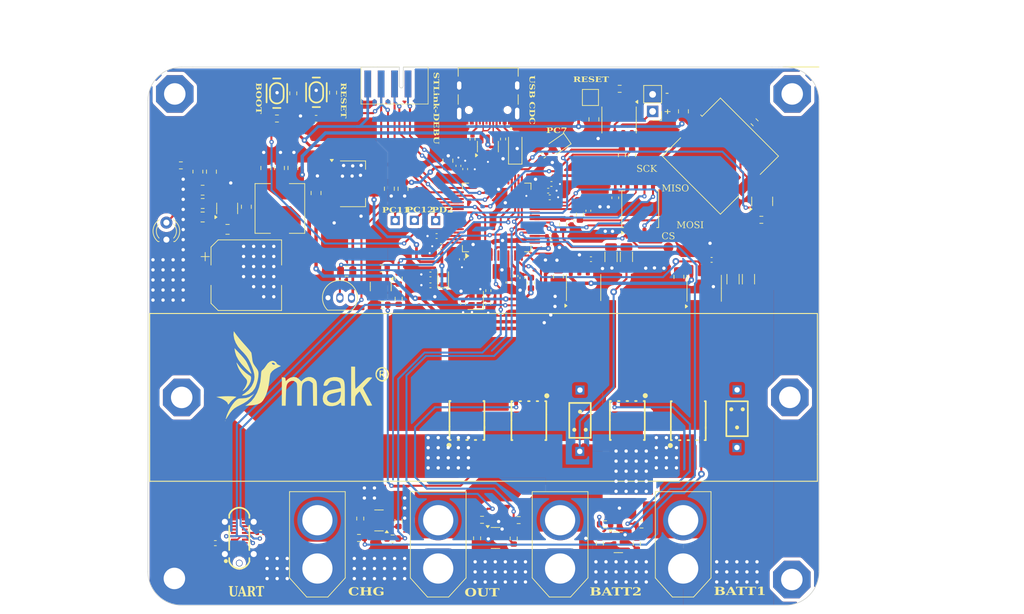
<source format=kicad_pcb>
(kicad_pcb (version 20240108) (generator "pcbnew") (generator_version "8.0")
  (layers (0 "F.Cu" signal) (31 "B.Cu" signal) (34 "B.Paste" user) (35 "F.Paste" user) (36 "B.SilkS" user "B.Silkscreen") (37 "F.SilkS" user "F.Silkscreen") (38 "B.Mask" user) (39 "F.Mask" user) (44 "Edge.Cuts" user))
  (net 0 "")
  (net 1 "GND")
  (net 2 "/VSSA")
  (net 3 "/VCAP2")
  (net 4 "12V")
  (net 5 "BATT1")
  (net 6 "Net-(Q1-B)")
  (net 7 "BATT2")
  (net 8 "/CHG1_G")
  (net 9 "Net-(Q3-B)")
  (net 10 "/BATT1_G")
  (net 11 "/VCAP1")
  (net 12 "Net-(U2-VBAT)")
  (net 13 "Net-(U6-FB)")
  (net 14 "Net-(U12-FILTER)")
  (net 15 "Net-(U7-FILTER)")
  (net 16 "Net-(BT1-+)")
  (net 17 "3V3")
  (net 18 "Net-(BZ1-+)")
  (net 19 "/OSCIN")
  (net 20 "Net-(C2-Pad2)")
  (net 21 "/NRST")
  (net 22 "5V")
  (net 23 "/LOAD1")
  (net 24 "/LOAD2")
  (net 25 "/VDDA")
  (net 26 "Net-(U6-VCC)")
  (net 27 "Net-(U6-SW)")
  (net 28 "Net-(U6-BST)")
  (net 29 "Net-(C29-Pad1)")
  (net 30 "Curent_BATT1_IP+")
  (net 31 "Curent_BATT2_IP+")
  (net 35 "Net-(J5-Pin_2)")
  (net 36 "/USART2_TX")
  (net 37 "Net-(D1-A)")
  (net 38 "Net-(D2-A)")
  (net 39 "Net-(D3-A)")
  (net 40 "C_D+")
  (net 43 "C_D-")
  (net 44 "Net-(J1-CC2)")
  (net 45 "Net-(J1-CC1)")
  (net 46 "/INTERNAL_LED")
  (net 47 "Net-(Q1-C)")
  (net 48 "Net-(Q2-C)")
  (net 49 "Net-(Q2-B)")
  (net 50 "Net-(Q3-C)")
  (net 51 "Net-(Q4-B)")
  (net 52 "Net-(Q4-C)")
  (net 53 "/BUZZER")
  (net 54 "/DSPIN")
  (net 55 "/OSCOUT")
  (net 56 "Net-(SW2-A)")
  (net 57 "/BOOT")
  (net 59 "Net-(U2-PC14-OSC32_IN)")
  (net 60 "Net-(R10-Pad2)")
  (net 61 "Net-(R13-Pad2)")
  (net 62 "/HOLD")
  (net 63 "/CHG1_BS")
  (net 64 "/CHG2_BS")
  (net 65 "/CHG2_G")
  (net 66 "/BATT1_BS")
  (net 67 "/BATT2_BS")
  (net 68 "/BATT2_G")
  (net 69 "Net-(U13-~{INT}{slash}SQW)")
  (net 71 "/ACS_BATT2_PIN")
  (net 74 "Net-(J11-Pin_1)")
  (net 75 "/ACS_BATT1_PIN")
  (net 76 "Net-(U13-~{RST})")
  (net 78 "/QSPI_SCLK")
  (net 79 "/QSPI_SD1")
  (net 80 "/USB_DM")
  (net 81 "/USART1_RX")
  (net 82 "/QSPI_SD0")
  (net 83 "/USART1_TX")
  (net 84 "/QSPI_CS")
  (net 85 "/PC13")
  (net 86 "/PB5")
  (net 87 "/PB6")
  (net 88 "/USB-DP")
  (net 89 "/PB4")
  (net 90 "Net-(J12-Pin_1)")
  (net 93 "/WP")
  (net 94 "Net-(J13-Pin_1)")
  (net 96 "Curent_BATT2_IP-")
  (net 97 "Curent_BATT1_IP-")
  (net 98 "Net-(USB1-CC1)")
  (net 99 "Net-(USB1-CC2)")
  (net 114 "Net-(U2-PC15-OSC32_OUT)")
  (net 115 "Net-(SW1-A)")
  (net 117 "/SWCLK")
  (net 118 "/SWDIO")
  (net 119 "/USART3_TX")
  (net 120 "/I2C1_SDA_RTC")
  (net 121 "/I2C1_SCL_RTC")
  (footprint "Connector_AMASS:AMASS_XT60-M_1x02_P7.20mm_Vertical" (layer "F.Cu") (at 99.5 124.5 90)
    (property "Reference" "J4" (hide yes))
    (property "Value" "CHG")
  )
  (footprint "Capacitor_SMD:C_0402_1005Metric" (layer "F.Cu") (at 127.98 81.88 -90)
    (property "Reference" "L7" (hide yes))
    (property "Value" "L")
  )
  (footprint "Capacitor_SMD:C_0603_1608Metric" (layer "F.Cu") (at 99.31 57.49 180)
    (property "Reference" "C6" (hide yes))
    (property "Value" "100nF")
  )
  (footprint "Package_SO:SOP-8_3.9x4.9mm_P1.27mm" (layer "F.Cu") (at 157.125 82.74 90)
    (property "Reference" "U12" (hide yes))
    (property "Value" "CC6900SO-20A")
  )
  (footprint "Capacitor_SMD:C_0805_2012Metric" (layer "F.Cu") (at 95.85 64.81 90)
    (property "Reference" "C28" (hide yes))
    (property "Value" "NS")
  )
  (footprint "Resistor_SMD:R_1206_3216Metric" (layer "F.Cu") (at 145.55 78.0525 90)
    (property "Reference" "R13" (hide yes))
    (property "Value" "12K")
  )
  (footprint "Resistor_SMD:R_0402_1005Metric" (layer "F.Cu") (at 122.6075 60.5375 -90)
    (property "Reference" "R5" (hide yes))
    (property "Value" "5k1")
  )
  (footprint "Connector_AMASS:AMASS_XT60-M_1x02_P7.20mm_Vertical" (layer "F.Cu") (at 117.5 124.5 90)
    (property "Reference" "J5" (hide yes))
    (property "Value" "BEBAN")
  )
  (footprint "Capacitor_SMD:C_0402_1005Metric" (layer "F.Cu") (at 121.52 64.98 -90)
    (property "Reference" "C5" (hide yes))
    (property "Value" "100nF")
  )
  (footprint "Capacitor_SMD:CP_Elec_10x10" (layer "F.Cu") (at 88.9075 80.79)
    (property "Reference" "C19" (hide yes))
    (property "Value" "10uF")
  )
  (footprint "Package_TO_SOT_SMD:SOT-23" (layer "F.Cu") (at 165.775 69.79 90)
    (property "Reference" "Q5" (hide yes))
    (property "Value" "BSS138")
  )
  (footprint "Package_SO:SOIC-8_5.275x5.275mm_P1.27mm" (layer "F.Cu") (at 147.6 70.95 90)
    (property "Reference" "U5" (hide yes))
    (property "Value" "W25X40CLSS")
  )
  (footprint "AP3P3:AP3P3R0MT" (layer "F.Cu") (at 131.007493 102.459007 180)
    (property "Reference" "U11" (hide yes))
    (property "Value" "PMOS" (hide yes))
  )
  (footprint "Capacitor_SMD:C_0402_1005Metric" (layer "F.Cu") (at 130.04 81.2 90)
    (property "Reference" "C13" (hide yes))
    (property "Value" "1UF")
  )
  (footprint "Capacitor_SMD:C_0805_2012Metric" (layer "F.Cu") (at 88.91 70.6 -90)
    (property "Reference" "C24" (hide yes))
    (property "Value" "100nF")
  )
  (footprint "Resistor_SMD:R_0603_1608Metric" (layer "F.Cu") (at 111.61 84.3 -90)
    (property "Reference" "R26" (hide yes))
    (property "Value" "2K")
  )
  (footprint "Capacitor_SMD:C_0402_1005Metric" (layer "F.Cu") (at 133.89 68.2 180)
    (property "Reference" "C21" (hide yes))
    (property "Value" "100nF")
  )
  (footprint "TestPoint:TestPoint_Pad_D1.5mm" (layer "F.Cu") (at 151.79 76.67)
    (property "Reference" "CS")
    (property "Value" "Conn_01x01_Pin")
  )
  (footprint "Package_TO_SOT_SMD:SOT-23" (layer "F.Cu") (at 126.0325 119.94)
    (property "Reference" "Q4" (hide yes))
    (property "Value" "MMBT2222A 1P")
  )
  (footprint "Resistor_SMD:R_0603_1608Metric" (layer "F.Cu") (at 101.84 53.6 90)
    (property "Reference" "R51" (hide yes))
    (property "Value" "100R")
  )
  (footprint "Resistor_SMD:R_1206_3216Metric" (layer "F.Cu") (at 143.25 78.0625 90)
    (property "Reference" "R15" (hide yes))
    (property "Value" "3.3K")
  )
  (footprint "Capacitor_SMD:C_0805_2012Metric" (layer "F.Cu") (at 99.3 68.55 90)
    (property "Reference" "C9" (hide yes))
    (property "Value" "10uF")
  )
  (footprint "MountingHole:MountingHole_3.2mm_M3_DIN965_Pad" (layer "F.Cu") (at 78.19 125.98)
    (property "Reference" "H1" (hide yes))
    (property "Value" "MountingHole")
  )
  (footprint "Package_TO_SOT_SMD:SOT-23" (layer "F.Cu") (at 108.6775 117.33 180)
    (property "Reference" "Q1" (hide yes))
    (property "Value" "MMBT2222A 1P")
  )
  (footprint "Resistor_SMD:R_0603_1608Metric" (layer "F.Cu") (at 165.65 72.54 180)
    (property "Reference" "R35" (hide yes))
    (property "Value" "3M3")
  )
  (footprint "Capacitor_SMD:C_0402_1005Metric" (layer "F.Cu") (at 134.37 67.2 180)
    (property "Reference" "C8" (hide yes))
    (property "Value" "1uF")
  )
  (footprint "FuseSA72SB0:RES-SMD_SA72SB0" (layer "F.Cu") (at 138.63 102.43 90)
    (property "Reference" "F2" (hide yes))
    (property "Value" "SA72SB0" (hide yes))
  )
  (footprint "Capacitor_SMD:C_0402_1005Metric" (layer "F.Cu") (at 137.36 72.7 90)
    (property "Reference" "C14" (hide yes))
    (property "Value" "100nF")
  )
  (footprint "Capacitor_SMD:C_0805_2012Metric" (layer "F.Cu") (at 118.94 63.73 90)
    (property "Reference" "C12" (hide yes))
    (property "Value" "1uF")
  )
  (footprint "TYPE-C-31-M-12:HRO_TYPE-C-31-M-12" (layer "F.Cu") (at 124.9475 52.525 180)
    (property "Reference" "J1" (hide yes))
    (property "Value" "TYPE-C-31-M-12")
  )
  (footprint "Resistor_SMD:R_0603_1608Metric" (layer "F.Cu") (at 123.3 119.995 -90)
    (property "Reference" "R30" (hide yes))
    (property "Value" "10K")
  )
  (footprint "Capacitor_SMD:C_0402_1005Metric" (layer "F.Cu") (at 121.21 85.05 90)
    (property "Reference" "C1" (hide yes))
    (property "Value" "24pF")
  )
  (footprint "PCB_SKRPACE010:KEY-SMD_4P-L4.2-W3.2-P2.20-LS4.6" (layer "F.Cu") (at 93.45 53.68 90)
    (property "Reference" "SW2" (hide yes))
    (property "Value" "BOOT" (hide yes))
  )
  (footprint "Capacitor_SMD:C_0805_2012Metric" (layer "F.Cu") (at 135.41 80.98 -90)
    (property "Reference" "C30" (hide yes))
    (property "Value" "1uF")
  )
  (footprint "Resistor_SMD:R_0603_1608Metric" (layer "F.Cu") (at 147.795 117.94)
    (property "Reference" "R31" (hide yes))
    (property "Value" "10K")
  )
  (footprint "Connector_AMASS:AMASS_XT60-M_1x02_P7.20mm_Vertical" (layer "F.Cu") (at 135.66 124.5 90)
    (property "Reference" "J6" (hide yes))
    (property "Value" "CONN_BATT2")
  )
  (footprint "MountingHole:MountingHole_3.2mm_M3_DIN965_Pad" (layer "F.Cu") (at 79.28 99.01)
    (property "Reference" "H2" (hide yes))
    (property "Value" "MountingHole")
  )
  (footprint "Inductor_SMD:L_7.3x7.3_H3.5" (layer "F.Cu") (at 93.91 70.85 90)
    (property "Reference" "L1" (hide yes))
    (property "Value" "10uH")
  )
  (footprint "Capacitor_SMD:C_0402_1005Metric" (layer "F.Cu") (at 124.96 85.04 90)
    (property "Reference" "C2" (hide yes))
    (property "Value" "24pF")
  )
  (footprint "TestPoint:TestPoint_Pad_D1.5mm" (layer "F.Cu") (at 152.83 69.54)
    (property "Reference" "MISO")
    (property "Value" "Conn_01x01_Pin")
  )
  (footprint "Resistor_SMD:R_0603_1608Metric" (layer "F.Cu") (at 110.705 120.03)
    (property "Reference" "R19" (hide yes))
    (property "Value" "10K")
  )
  (footprint "Package_TO_SOT_SMD:SOT-23" (layer "F.Cu") (at 108.94 82.4825 -90)
    (property "Reference" "Q2" (hide yes))
    (property "Value" "MMBT2222A 1P")
  )
  (footprint "Resistor_SMD:R_0603_1608Metric" (layer "F.Cu") (at 109.155 85.2)
    (property "Reference" "R25" (hide yes))
    (property "Value" "10K")
  )
  (footprint "AP3P3:AP3P3R0MT" (layer "F.Cu") (at 145.677493 102.439008 180)
    (property "Reference" "U9" (hide yes))
    (property "Value" "PMOS" (hide yes))
  )
  (footprint "Capacitor_SMD:C_0805_2012Metric" (layer "F.Cu") (at 140.7 57.57 90)
    (property "Reference" "C31" (hide yes))
    (property "Value" "100nF")
  )
  (footprint "Package_TO_SOT_SMD:SOT-23-6" (layer "F.Cu") (at 86.0575 70.8425 90)
    (property "Reference" "U6" (hide yes))
    (property "Value" "MP2317GJ-P")
  )
  (footprint "Package_TO_SOT_THT:TO-92_Inline" (layer "F.Cu") (at 101.58 84.16)
    (property "Reference" "U1" (hide yes))
    (property "Value" "DS18B20")
  )
  (footprint "Resistor_SMD:R_0603_1608Metric" (layer "F.Cu") (at 105.69 119.94)
    (property "Reference" "R23" (hide yes))
    (property "Value" "10K")
  )
  (footprint "Resistor_SMD:R_1206_3216Metric" (layer "F.Cu") (at 163.73 81.3875 90)
    (property "Reference" "R10" (hide yes))
    (property "Value" "12K")
  )
  (footprint "Diode_SMD:D_SOD-123" (layer "F.Cu") (at 128.9775 61.885 90)
    (property "Reference" "D1" (hide yes))
    (property "Value" "D")
  )
  (footprint "Connector_PinHeader_2.00mm:PinHeader_1x01_P2.00mm_Vertical" (layer "F.Cu") (at 138.62 97.91)
    (property "Reference" "J9" (hide yes))
    (property "Value" "Conn_01x01_Pin")
  )
  (footprint "LED_SMD:LED_0805_2012Metric" (layer "F.Cu") (at 135.373123 61.40833 -145)
    (property "Reference" "D2" (hide yes))
    (property "Value" "LED")
  )
  (footprint "Resistor_SMD:R_0603_1608Metric" (layer "F.Cu") (at 79.155 64.43 180)
    (property "Reference" "R40" (hide yes))
    (property "Value" "1K")
  )
  (footprint "Connector_AMASS:AMASS_XT60-M_1x02_P7.20mm_Vertical" (layer "F.Cu") (at 154 124.5 90)
    (property "Reference" "J3" (hide yes))
    (property "Value" "CONN_BATT1")
  )
  (footprint "Capacitor_SMD:C_0805_2012Metric" (layer "F.Cu") (at 86.11 73.96)
    (property "Reference" "C20" (hide yes))
    (property "Value" "0.1uF")
  )
  (footprint "Connector_PinHeader_2.54mm:PinHeader_1x02_P2.54mm_Vertical" (layer "F.Cu") (at 149.45 56.39 180)
    (property "Reference" "BT1" (hide yes))
    (property "Value" "CR2032")
  )
  (footprint "Resistor_SMD:R_0603_1608Metric" (layer "F.Cu") (at 144.54 53.02)
    (property "Reference" "R43" (hide yes))
    (property "Value" "10K")
  )
  (footprint "Resistor_SMD:R_0603_1608Metric" (layer "F.Cu") (at 95.905 53.7 90)
    (property "Reference" "R4" (hide yes))
    (property "Value" "100R")
  )
  (footprint "TestPoint:TestPoint_Pad_D1.5mm" (layer "F.Cu") (at 151.25 65.57)
    (property "Reference" "SCK")
    (property "Value" "Conn_01x01_Pin")
  )
  (footprint "Resistor_SMD:R_0805_2012Metric" (layer "F.Cu") (at 82.4075 70.11 180)
    (property "Reference" "R38" (hide yes))
    (property "Value" "15K")
  )
  (footprint "Capacitor_SMD:C_0402_1005Metric" (layer "F.Cu") (at 121.03 78.42 -90)
    (property "Reference" "C34" (hide yes))
    (property "Value" "100nF")
  )
  (footprint "Resistor_SMD:R_0603_1608Metric" (layer "F.Cu") (at 93.47 57.45 180)
    (property "Reference" "R6" (hide yes))
    (property "Value" "15K")
  )
  (footprint "Resistor_SMD:R_0603_1608Metric" (layer "F.Cu") (at 138.61 71.765 90)
    (property "Reference" "R11" (hide yes))
    (property "Value" "1K")
  )
  (footprint "Capacitor_SMD:C_0402_1005Metric" (layer "F.Cu") (at 116.34 82.3)
    (property "Reference" "C4" (hide yes))
    (property "Value" "5pF")
  )
  (footprint "Capacitor_SMD:C_0805_2012Metric" (layer "F.Cu") (at 82.4 72.12 180)
    (property "Reference" "C22" (hide yes))
    (property "Value" "0.1uF")
  )
  (footprint "Connector_PinHeader_2.00mm:PinHeader_1x01_P2.00mm_Vertical" (layer "F.Cu") (at 138.59 107.05)
    (property "Reference" "J10" (hide yes))
    (property "Value" "Conn_01x01_Pin")
  )
  (footprint "Capacitor_SMD:C_0805_2012Metric" (layer "F.Cu") (at 83.71 65.37 90)
    (property "Reference" "C29" (hide yes))
    (property "Value" "10pF")
  )
  (footprint "Resistor_SMD:R_0805_2012Metric" (layer "F.Cu") (at 103.86 80.21)
    (property "Reference" "R2" (hide yes))
    (property "Value" "4.7K")
  )
  (footprint "Resistor_SMD:R_0805_2012Metric" (layer "F.Cu") (at 81.69 65.36 90)
    (property "Reference" "R39" (hide yes))
    (property "Value" "80.6K")
  )
  (footprint "Package_QFP:LQFP-64_10x10mm_P0.5mm" (layer "F.Cu") (at 126.21 72.19 90)
    (property "Reference" "U2" (hide yes))
    (property "Value" "~")
  )
  (footprint "Capacitor_SMD:C_0603_1608Metric" (layer "F.Cu") (at 143.88 69.26 -90)
    (property "Reference" "C18" (hide yes))
    (property "Value" "1uF")
  )
  (footprint "Package_TO_SOT_SMD:SOT-23-6" (layer "F.Cu") (at 124.8975 61.63 90)
    (property "Reference" "U4" (hide yes))
    (property "Value" "USBLC6-2SC6")
  )
  (footprint "Capacitor_SMD:C_0805_2012Metric" (layer "F.Cu") (at 154.04 56.38 -90)
    (property "Reference" "C23" (hide yes))
    (property "Value" "100nF")
  )
  (footprint "Crystal:Crystal_SMD_2012-2Pin_2.0x1.2mm" (layer "F.Cu") (at 118.23 81.49 90)
    (property "Reference" "Y1" (hide yes))
    (property "Value" "32.768kHz, 9pF")
  )
  (footprint "Capacitor_SMD:C_0402_1005Metric" (layer "F.Cu") (at 134.18 74.98 180)
    (property "Reference" "C37" (hide yes))
    (property "Value" "100nF")
  )
  (footprint "Resistor_SMD:R_0603_1608Metric" (layer "F.Cu") (at 105.885 117.06 -90)
    (property "Reference" "R24" (hide yes))
    (property "Value" "2K")
  )
  (footprint "Resistor_SMD:R_0603_1608Metric" (layer "F.Cu") (at 128.75 120.025 90)
    (property "Reference" "R34" (hide yes))
    (property "Value" "2K")
  )
  (footprint "Resistor_SMD:R_0603_1608Metric" (layer "F.Cu") (at 144.87 62.91 -90)
    (property "Reference" "R42" (hide yes))
    (property "Value" "10K")
  )
  (footprint "TestPoint:TestPoint_Pad_D1.5mm" (layer "F.Cu") (at 154.09 75.1)
    (property "Reference" "MOSI")
    (property "Value" "Conn_01x01_Pin")
  )
  (footprint "Resistor_SMD:R_0805_2012Metric" (layer "F.Cu") (at 82.3975 68.13 180)
    (property "Reference" "R37" (hide yes))
    (property "Value" "15K")
  )
  (footprint "Resistor_SMD:R_0603_1608Metric" (layer "F.Cu") (at 111.61 81.285 90)
    (property "Reference" "R20" (hide yes))
    (property "Value" "10K")
  )
  (footprint "Connector_PinHeader_2.00mm:PinHeader_1x01_P2.00mm_Vertical" (layer "F.Cu") (at 162.01 106.47)
    (property "Reference" "J7" (hide yes))
    (property "Value" "Conn_01x01_Pin")
  )
  (footprint "Capacitor_SMD:C_0402_1005Metric" (layer "F.Cu") (at 158.24 78.51 180)
    (property "Reference" "C35" (hide yes))
    (property "Value" "1nF")
  )
  (footprint "Connector_PinHeader_2.00mm:PinHeader_1x01_P2.00mm_Vertical" (layer "F.Cu") (at 111.09 72.65)
    (property "Reference" "J13" (hide yes))
    (property "Value" "Conn_01x01_Pin")
  )
  (footprint "Capacitor_SMD:C_0805_2012Metric" (layer "F.Cu") (at 93.84 64.82 90)
    (property "Reference" "C27" (hide yes))
    (property "Value" "22uF")
  )
  (footprint "MountingHole:MountingHole_3.2mm_M3_DIN965_Pad" (layer "F.Cu") (at 169.89 99)
    (property "Reference" "H4" (hide yes))
    (property "Value" "MountingHole")
  )
  (footprint "Resistor_SMD:R_0603_1608Metric" (layer "F.Cu") (at 142.37 117.91 180)
    (property "Reference" "R28" (hide yes))
    (property "Value" "10K")
  )
  (footprint "TestPoint:TestPoint_Pad_2.0x2.0mm" (layer "F.Cu") (at 140.18 54.31)
    (property "Reference" "TP1" (hide yes))
    (property "Value" "TestPoint")
  )
  (footprint "Resistor_SMD:R_0402_1005Metric" (layer "F.Cu") (at 124.97 83.09 90)
    (property "Reference" "R3" (hide yes))
    (property "Value" "47R")
  )
  (footprint "AP3P3:AP3P3R0MT" (layer "F.Cu") (at 121.782508 102.450992)
    (property "Reference" "U10" (hide yes))
    (property "Value" "PMOS" (hide yes))
  )
  (footprint "Capacitor_SMD:C_0402_1005Metric" (layer "F.Cu") (at 134.12 69.19 180)
    (property "Reference" "C33" (hide yes))
    (property "Value" " 2.2 μF")
  )
  (footprint "Package_TO_SOT_SMD:SOT-23" (layer "F.Cu") (at 144.34 120.5775)
    (property "Reference" "Q3" (hide yes))
    (property "Value" "MMBT2222A 1P")
  )
  (footprint "Capacitor_SMD:C_0805_2012Metric" (layer "F.Cu") (at 110.22 67.91 -90)
    (property "Reference" "C25" (hide yes))
    (property "Value" "1uF")
  )
  (footprint "LED_THT:LED_D3.0mm" (layer "F.Cu") (at 77 75.5 90)
    (property "Reference" "D3" (hide yes))
    (property "Value" "LED")
  )
  (footprint "Resistor_SMD:R_1206_3216Metric" (layer "F.Cu") (at 161.43 81.385 90)
    (property "Reference" "R12" (hide yes))
    (property "Value" "3.3K")
  )
  (footprint "Capacitor_SMD:C_0402_1005Metric" (layer "F.Cu") (at 139.87 71.19 90)
    (property "Reference" "C10" (hide yes))
    (property "Value" "100nF")
  )
  (footprint "Resistor_SMD:R_0603_1608Metric" (layer "F.Cu") (at 111.575 117.41 90)
    (property "Reference" "R21" (hide yes))
    (property "Value" "10K")
  )
  (footprint "Resistor_SMD:R_0402_1005Metric" (layer "F.Cu") (at 133.16 62.94 35)
    (property "Reference" "R9" (hide yes))
    (property "Value" "1K")
  )
  (footprint "MountingHole:MountingHole_3.2mm_M3_DIN965_Pad" (layer "F.Cu") (at 170.2475 53.7875 180)
    (property "Reference" "H5" (hide yes))
    (property "Value" "MountingHole" (hide yes))
  )
  (footprint "Inductor_SMD:L_0603_1608Metric" (layer "F.Cu") (at 131.32 81.9475 90)
    (property "Reference" "FB2" (hide yes))
    (property "Value" "600 @ 100mhz")
  )
  (footprint "eXSTlink:EXSTlink" (layer "F.Cu") (at 107 52.29)
    (property "Reference" "J2" (hide yes))
    (property "Value" "STLINK")
    (fp_line (start 4.7 -2.5) (end 4.7 0.3) (stroke (width 0.1)) (layer "Edge.Cuts"))
    (fp_line (start 5.3 -2.5) (end 5.3 0.3) (stroke (width 0.1)) (layer "Edge.Cuts"))
    (fp_arc (start 5.3 0.3) (mid 5 0.6) (end 4.7 0.3) (stroke (width 0.1)) (layer "Edge.Cuts"))
  )
  (footprint "Resistor_SMD:R_0603_1608Metric" (layer "F.Cu") (at 109.08 79.78 180)
    (property "Reference" "R22" (hide yes))
    (property "Value" "10K")
  )
  (footprint "MAKLo:mak" (layer "F.Cu") (at 97.16 95.84)
    (property "Reference" "G***" (hide yes))
    (property "Value" "LOGO" (hide yes))
  )
  (footprint "Resistor_SMD:R_0402_1005Metric" (layer "F.Cu") (at 84.29 120.72)
    (property "Reference" "R7" (hide yes))
    (property "Value" "5k1")
  )
  (footprint "Resistor_SMD:R_0402_1005Metric" (layer "F.Cu") (at 127.1675 60.5075 90)
    (property "Reference" "R1" (hide yes))
    (property "Value" "5k1")
  )
  (footprint "Connector_PinHeader_2.00mm:PinHeader_1x01_P2.00mm_Vertical" (layer "F.Cu") (at 117.12 72.66)
    (property "Reference" "J11" (hide yes))
    (property "Value" "Conn_01x01_Pin")
  )
  (footprint "Connector_PinHeader_2.00mm:PinHeader_1x01_P2.00mm_Vertical" (layer "F.Cu") (at 113.95 72.62)
    (property "Reference" "J12" (hide yes))
    (property "Value" "Conn_01x01_Pin")
  )
  (footprint "Capacitor_SMD:C_0402_1005Metric" (layer "F.Cu") (at 117.26 74.96)
    (property "Reference" "C32" (hide yes))
    (property "Value" " 2.2 μF")
  )
  (footprint "Resistor_SMD:R_0603_1608Metric" (layer "F.Cu") (at 147.09 120.795 90)
    (property "Reference" "R32" (hide yes))
    (property "Value" "2K")
  )
  (footprint "Package_SO:SOIC-8_3.9x4.9mm_P1.27mm" (layer "F.Cu") (at 144.445 57.665 -90)
    (property "Reference" "U13" (hide yes))
    (property "Value" "DS3231MZ")
  )
  (footprint "Capacitor_SMD:C_0402_1005Metric" (layer "F.Cu") (at 117.52 77.48)
    (property "Reference" "C15" (hide yes))
    (property "Value" "1uF")
  )
  (footprint "Capacitor_SMD:C_0402_1005Metric" (layer "F.Cu") (at 140.26 78.41 180)
    (property "Reference" "C36" (hide yes))
    (property "Value" "1nF")
  )
  (footprint "Capacitor_SMD:C_0805_2012Metric" (layer "F.Cu") (at 91.81 64.82 90)
    (property "Reference" "C26" (hide yes))
    (property "Value" "22uF")
  )
  (footprint "Capacitor_SMD:C_0805_2012Metric" (layer "F.Cu") (at 153.36 81.05 -90)
    (property "Reference" "C17" (hide yes))
    (property "Value" "1uF")
  )
  (footprint "GT-USB-7052:USB-C-SMD_GT-USB-7052_1" (layer "F.Cu") (at 87.86 119.943433 90)
    (property "Reference" "USB1" (hide yes))
    (property "Value" "GT-USB-7052")
  )
  (footprint "Capacitor_SMD:C_0402_1005Metric" (layer "F.Cu") (at 129.01 80.91 90)
    (property "Reference" "C11" (hide yes))
    (property "Value" "100nF")
  )
  (footprint "Package_SO:SOP-8_3.9x4.9mm_P1.27mm" (layer "F.Cu") (at 139.16 82.64 90)
    (property "Reference" "U7" (hide yes))
    (property "Value" "CC6900SO-20A")
  )
  (footprint "Package_TO_SOT_SMD:SOT-223-3_TabPin2" (layer "F.Cu") (at 104.77 67.1775)
    (property "Reference" "U3" (hide yes))
    (property "Value" "LM1117-3.3")
  )
  (footprint "Resistor_SMD:R_0603_1608Metric" (layer "F.Cu") (at 164.64 58.01 135)
    (property "Reference" "R36" (hide yes))
    (property "Value" "1K")
  )
  (footprint "Capacitor_SMD:C_0402_1005Metric" (layer "F.Cu") (at 116.34 80.68)
    (property "Reference" "C3" (hide yes))
    (property "Value" "5pF")
  )
  (footprint "Resistor_SMD:R_0603_1608Metric" (layer "F.Cu") (at 124.03 117.24 180)
    (property "Reference" "R27" (hide yes))
    (property "Value" "10K")
  )
  (footprint "PCB_SKRPACE010:KEY-SMD_4P-L4.2-W3.2-P2.20-LS4.6" (layer "F.Cu") (at 99.337 53.543 90)
    (property "Reference" "SW1" (hide yes))
    (property "Value" "EN" (hide yes))
  )
  (footprint "Connector_PinHeader_2.00mm:PinHeader_1x01_P2.00mm_Vertical" (layer "F.Cu") (at 162.0375 97.8775)
    (property "Reference" "J8" (hide yes))
    (property "Value" "Conn_01x01_Pin")
  )
  (footprint "Capacitor_SMD:C_0402_1005Metric" (layer "F.Cu") (at 117.92 76.46)
    (property "Reference" "C7" (hide yes))
    (property "Value" "100nF")
  )
  (footprint "Resistor_SMD:R_0603_1608Metric" (layer "F.Cu") (at 141.585 120.78 -90)
    (property "Reference" "R29" (hide yes))
    (property "Value" "10K")
  )
  (footprint "Resistor_SMD:R_0603_1608Metric" (layer "F.Cu") (at 129.49 117.29 180)
    (property "Reference" "R33" (hide yes))
    (property "Value" "10K")
  )
  (footprint "Buzzer_Beeper:Buzzer_Murata_PKLCS1212E" (layer "F.Cu") (at 159.55 63.05 -45)
    (property "Reference" "BZ1" (hide yes))
    (property "Value" "Buzzer")
  )
  (footprint "Capacitor_SMD:C_0402_1005Metric" (layer "F.Cu") (at 120.51 64.5 -90)
    (property "Reference" "C16" (hide yes))
    (property "Value" "1uF")
  )
  (footprint "MountingHole:MountingHole_3.2mm_M3_DIN965_Pad" (layer "F.Cu") (at 78.2475 53.7875 180)
    (property "Reference" "H6" (hide yes))
    (property "Value" "MountingHole" (hide yes))
  )
  (footprint "Resistor_SMD:R_0402_1005Metric" (layer "F.Cu") (at 91.05 119.2)
    (property "Reference" "R8" (hide yes))
    (property "Value" "5k1")
  )
  (footprint "AP3P3:AP3P3R0MT" (layer "F.Cu") (at 154.762508 102.480992)
    (property "Reference" "U8" (hide yes))
    (property "Value" "PMOS" (hide yes))
  )
  (footprint "Crystal:Crystal_SMD_2016-4Pin_2.0x1.6mm" (layer "F.Cu") (at 123.08 84.55 90)
    (property "Reference" "Y2" (hide yes))
    (property "Value" "24MHz, 6pF")
  )
  (footprint "Resistor_SMD:R_0603_1608Metric" (layer "F.Cu") (at 136.11 73.26 90)
    (property "Reference" "R14" (hide yes))
    (property "Value" "1K")
  )
  (footprint "MountingHole:MountingHole_3.2mm_M3_DIN965_Pad" (layer "F.Cu") (at 170.19 126.14 90)
    (property "Reference" "H3" (hide yes))
    (property "Value" "MountingHole")
  )
  (footprint "Capacitor_SMD:C_0805_2012Metric" (layer "F.Cu") (at 112.26 67.92 -90)
    (property "Reference" "C52" (hide yes))
    (property "Value" "1uF")
  )
  (footprint "Resistor_SMD:R_0603_1608Metric" (layer "F.Cu") (at 146.39 62.91 -90)
    (property "Reference" "R41" (hide yes))
    (property "Value" "10K")
  )
  (footprint "Capacitor_SMD:C_0402_1005Metric" (layer "F.Cu") (at 134.37 76.01 180)
    (property "Reference" "C38" (hide yes))
    (property "Value" "1uF")
  )
  (footprint "FuseSA72SB0:RES-SMD_SA72SB0" (layer "F.Cu") (at 162.03 102.18 -90)
    (property "Reference" "F1" (hide yes))
    (property "Value" "SA72SB0" (hide yes))
  )
  (gr_line (start 174 104.5) (end 174 86.5) (stroke (width 0.15)) (layer "F.SilkS"))
  (gr_line (start 168.89 49.77) (end 174.22 49.77) (stroke (width 0.15)) (layer "F.SilkS"))
  (gr_line (start 74.5 111.5) (end 174 111.5) (stroke (width 0.15)) (layer "F.SilkS"))
  (gr_line (start 74.5 104.5) (end 74.5 111.5) (stroke (width 0.15)) (layer "F.SilkS"))
  (gr_line (start 174 104.5) (end 174 111.5) (stroke (width 0.15)) (layer "F.SilkS"))
  (gr_line (start 74.5 104.5) (end 74.5 86.5) (stroke (width 0.15)) (layer "F.SilkS"))
  (gr_line (start 174 86.5) (end 74.5 86.5) (stroke (width 0.15)) (layer "F.SilkS"))
  (gr_line (start 112.3 49.79) (end 167.2475 49.7875) (stroke (width 0.1)) (layer "Edge.Cuts"))
  (gr_line (start 108.44 49.7875) (end 111.7 49.79) (stroke (width 0.1)) (layer "Edge.Cuts"))
  (gr_line (start 174.2475 124.964444) (end 174.2475 54.7875) (stroke (width 0.1)) (layer "Edge.Cuts"))
  (gr_line (start 169.2475 129.964444) (end 79.2475 129.964444) (stroke (width 0.1)) (layer "Edge.Cuts"))
  (gr_arc (start 74.2475 54.7875) (mid 75.711966 51.251966) (end 79.2475 49.7875) (stroke (width 0.1)) (layer "Edge.Cuts"))
  (gr_line (start 74.2475 124.964444) (end 74.2475 54.7875) (stroke (width 0.1)) (layer "Edge.Cuts"))
  (gr_arc (start 174.2475 124.964444) (mid 172.783046 128.5) (end 169.2475 129.964444) (stroke (width 0.1)) (layer "Edge.Cuts"))
  (gr_line (start 169.2475 49.7875) (end 168.2475 49.7875) (stroke (width 0.1)) (layer "Edge.Cuts"))
  (gr_arc (start 169.2475 49.7875) (mid 172.783034 51.251966) (end 174.2475 54.7875) (stroke (width 0.1)) (layer "Edge.Cuts"))
  (gr_line (start 167.2475 49.7875) (end 168.2475 49.7875) (stroke (width 0.1)) (layer "Edge.Cuts"))
  (gr_line (start 79.2475 49.7875) (end 80.934952 49.7875) (stroke (width 0.1)) (layer "Edge.Cuts"))
  (gr_line (start 107.84 49.7875) (end 108.44 49.7875) (stroke (width 0.1)) (layer "Edge.Cuts"))
  (gr_arc (start 79.2475 129.964444) (mid 75.711978 128.499976) (end 74.2475 124.964444) (stroke (width 0.1)) (layer "Edge.Cuts"))
  (gr_line (start 80.934952 49.7875) (end 107.84 49.7875) (stroke (width 0.1)) (layer "Edge.Cuts"))
  (gr_text "+" (at 151.09 56.91 0) (layer "F.SilkS") (effects (font (size 0.8 1) (thickness 0.15) (bold yes)) (justify left bottom)))
  (gr_text "RESET" (at 102.87 52.09 -90) (layer "F.SilkS") (effects (font (size 0.8 1) (thickness 0.15) (bold yes)) (justify left bottom)))
  (gr_text "PC11" (at 109.13 71.6 0) (layer "F.SilkS") (effects (font (size 0.8 1) (thickness 0.15) (bold yes)) (justify left bottom)))
  (gr_text "BOOT" (at 90.23 52.09 -90) (layer "F.SilkS") (effects (font (size 0.8 1) (thickness 0.15) (bold yes)) (justify left bottom)))
  (gr_text "STLink-DEBU" (at 116.69 50.53 -90) (layer "F.SilkS") (effects (font (size 0.8 1) (thickness 0.15) (bold yes)) (justify left bottom)))
  (gr_text "-" (at 151.31 54.13 0) (layer "F.SilkS") (effects (font (size 0.8 1) (thickness 0.15) (bold yes)) (justify left bottom)))
  (gr_text "BATT2" (at 140.05 128.72 0) (layer "F.SilkS") (effects (font (size 1.2 1.5) (thickness 0.3) (bold yes)) (justify left bottom)))
  (gr_text "BATT1" (at 158.56 128.65 0) (layer "F.SilkS") (effects (font (size 1.2 1.5) (thickness 0.3) (bold yes)) (justify left bottom)))
  (gr_text "RESET" (at 137.6 52.14 0) (layer "F.SilkS") (effects (font (size 0.8 1) (thickness 0.15) (bold yes)) (justify left bottom)))
  (gr_text "UART" (at 86.24 128.9 0) (layer "F.SilkS") (effects (font (size 1.5 1.2) (thickness 0.15) (bold yes)) (justify left bottom)))
  (gr_text "USB CDC" (at 130.97 51.01 -90) (layer "F.SilkS") (effects (font (size 0.8 1) (thickness 0.15) (bold yes)) (justify left bottom)))
  (gr_text "OUT" (at 121.42 128.85 0) (layer "F.SilkS") (effects (font (size 1.2 1.5) (thickness 0.3) (bold yes)) (justify left bottom)))
  (gr_text "CHG" (at 104.07 128.71 0) (layer "F.SilkS") (effects (font (size 1.2 1.5) (thickness 0.3) (bold yes)) (justify left bottom)))
  (gr_text "PC7" (at 133.59 59.74 0) (layer "F.SilkS") (effects (font (size 0.8 1) (thickness 0.15) (bold yes)) (justify left bottom)))
  (gr_text "PC12" (at 112.71 71.56 0) (layer "F.SilkS") (effects (font (size 0.8 1) (thickness 0.15) (bold yes)) (justify left bottom)))
  (gr_text "PD2" (at 116.54 71.58 0) (layer "F.SilkS") (effects (font (size 0.8 1) (thickness 0.15) (bold yes)) (justify left bottom)))
  (segment (start 88.68 117.193433) (end 89.66 117.193433) (width 0.3) (layer "F.Cu") (net 1))
  (segment (start 123.63 83.85) (end 123.63 83.020662) (width 0.3) (layer "F.Cu") (net 1))
  (segment (start 118.403154 75.44) (end 117.44 76.403154) (width 0.3) (layer "F.Cu") (net 1))
  (segment (start 81.31 70.5) (end 81.31 69.85) (width 0.3) (layer "F.Cu") (net 1))
  (segment (start 114.98 80.68) (end 115.86 80.68) (width 0.3) (layer "F.Cu") (net 1))
  (segment (start 80.83 69.85) (end 81.31 69.85) (width 0.3) (layer "F.Cu") (net 1))
  (segment (start 134.66 75.82) (end 134.85 76.01) (width 0.3) (layer "F.Cu") (net 1))
  (segment (start 124.96 85.52) (end 124.96 86.37) (width 0.3) (layer "F.Cu") (net 1))
  (segment (start 80.36 69.38) (end 80.83 69.85) (width 0.3) (layer "F.Cu") (net 1))
  (segment (start 117.44 76.46) (end 116.63 76.46) (width 0.3) (layer "F.Cu") (net 1))
  (segment (start 122.96 66.515) (end 122.96 65.02) (width 0.3) (layer "F.Cu") (net 1))
  (segment (start 134.91 76.01) (end 135.56 76.66) (width 0.3) (layer "F.Cu") (net 1))
  (segment (start 134.66 74.98) (end 134.66 75.82) (width 0.3) (layer "F.Cu") (net 1))
  (segment (start 87.03 117.193433) (end 86.06 117.193433) (width 0.3) (layer "F.Cu") (net 1))
  (segment (start 134.37 68.2) (end 135.14 68.2) (width 0.3) (layer "F.Cu") (net 1))
  (segment (start 121.21 85.53) (end 121.21 86.32) (width 0.3) (layer "F.Cu") (net 1))
  (segment (start 134.85 67.2) (end 135.63 67.2) (width 0.3) (layer "F.Cu") (net 1))
  (segment (start 127.26 75.44) (end 127.08 75.62) (width 0.3) (layer "F.Cu") (net 1))
  (segment (start 135.36 69.19) (end 135.37 69.18) (width 0.3) (layer "F.Cu") (net 1))
  (segment (start 80.28 70.79) (end 81.22 69.85) (width 0.3) (layer "F.Cu") (net 1))
  (segment (start 116.25 77.48) (end 116.23 77.5) (width 0.3) (layer "F.Cu") (net 1))
  (segment (start 127.08 75.62) (end 127.73 75.72) (width 0.3) (layer "F.Cu") (net 1))
  (segment (start 115.86 82.3) (end 115.01 82.3) (width 0.3) (layer "F.Cu") (net 1))
  (segment (start 80.28 70.064997) (end 80.494997 69.85) (width 0.3) (layer "F.Cu") (net 1))
  (segment (start 128.3525 57.62) (end 129.2675 56.705) (width 0.3) (layer "F.Cu") (net 1))
  (segment (start 86.06 122.693433) (end 85.71 122.343433) (width 0.3) (layer "F.Cu") (net 1))
  (segment (start 117.04 77.48) (end 116.25 77.48) (width 0.3) (layer "F.Cu") (net 1))
  (segment (start 121.03 78.9) (end 121.03 79.6) (width 0.3) (layer "F.Cu") (net 1))
  (segment (start 87.03 122.693433) (end 86.06 122.693433) (width 0.3) (layer "F.Cu") (net 1))
  (segment (start 116.63 76.46) (end 116.61 76.48) (width 0.3) (layer "F.Cu") (net 1))
  (segment (start 130.675 68.94) (end 130.635 68.98) (width 0.3) (layer "F.Cu") (net 1))
  (segment (start 120.51 64.02) (end 120.51 63.27) (width 0.3) (layer "F.Cu") (net 1))
  (segment (start 122.53 85.25) (end 122.53 86.29) (width 0.3) (layer "F.Cu") (net 1))
  (segment (start 117.44 76.46) (end 117.04 76.86) (width 0.3) (layer "F.Cu") (net 1))
  (segment (start 121.6975 57.62) (end 121.5425 57.62) (width 0.3) (layer "F.Cu") (net 1))
  (segment (start 124.8975 63.8975) (end 124.91 63.91) (width 0.3) (layer "F.Cu") (net 1))
  (segment (start 131.885 75.44) (end 127.26 75.44) (width 0.3) (layer "F.Cu") (net 1))
  (segment (start 80.4 72.13) (end 81.31 71.22) (width 0.3) (layer "F.Cu") (net 1))
  (segment (start 89.66 122.693433) (end 90.01 122.343433) (width 0.3) (layer "F.Cu") (net 1))
  (segment (start 124.96 86.37) (end 124.95 86.38) (width 0.3) (layer "F.Cu") (net 1))
  (segment (start 81.22 69.85) (end 81.31 69.85) (width 0.3) (layer "F.Cu") (net 1))
  (segment (start 120.535 75.44) (end 118.403154 75.44) (width 0.3) (layer "F.Cu") (net 1))
  (segment (start 121.03 79.6) (end 121.04 79.61) (width 0.3) (layer "F.Cu") (net 1))
  (segment (start 81.31 71.92) (end 81.31 69.85) (width 0.3) (layer "F.Cu") (net 1))
  (segment (start 89.66 117.193433) (end 90.01 117.543433) (width 0.3) (layer "F.Cu") (net 1))
  (segment (start 123.63 83.020662) (end 123.780331 82.870331) (width 0.3) (layer "F.Cu") (net 1))
  (segment (start 117.44 76.403154) (end 117.44 76.46) (width 0.3) (layer "F.Cu") (net 1))
  (segment (start 121.5425 57.62) (end 120.6275 56.705) (width 0.3) (layer "F.Cu") (net 1))
  (segment (start 86.06 117.193433) (end 85.71 117.543433) (width 0.3) (layer "F.Cu") (net 1))
  (segment (start 124.8975 62.7675) (end 124.8975 63.8975) (width 0.3) (layer "F.Cu") (net 1))
  (segment (start 131.885 68.94) (end 130.675 68.94) (width 0.3) (layer "F.Cu") (net 1))
  (segment (start 134.85 76.01) (end 134.91 76.01) (width 0.3) (layer "F.Cu") (net 1))
  (segment (start 135.63 67.2) (end 135.64 67.21) (width 0.3) (layer "F.Cu") (net 1))
  (segment (start 80.43 72.8) (end 81.31 71.92) (width 0.3) (layer "F.Cu") (net 1))
  (segment (start 121.52 64.5) (end 121.52 63.74) (width 0.3) (layer "F.Cu") (net 1))
  (segment (start 117.04 76.86) (end 117.04 77.48) (width 0.3) (layer "F.Cu") (net 1))
  (segment (start 81.31 71.22) (end 81.31 69.85) (width 0.3) (layer "F.Cu") (net 1))
  (segment (start 134.6 69.19) (end 135.36 69.19) (width 0.3) (layer "F.Cu") (net 1))
  (segment (start 80.36 71.45) (end 81.31 70.5) (width 0.3) (layer "F.Cu") (net 1))
  (segment (start 128.1975 57.62) (end 128.3525 57.62) (width 0.3) (layer "F.Cu") (net 1))
  (segment (start 115.01 82.3) (end 114.99 82.28) (width 0.3) (layer "F.Cu") (net 1))
  (segment (start 122.96 65.02) (end 122.95 65.01) (width 0.3) (layer "F.Cu") (net 1))
  (segment (start 88.68 122.693433) (end 89.66 122.693433) (width 0.3) (layer "F.Cu") (net 1))
  (segment (start 116.78 74.96) (end 115.91 74.96) (width 0.3) (layer "F.Cu") (net 1))
  (segment (start 80.494997 69.85) (end 81.31 69.85) (width 0.3) (layer "F.Cu") (net 1))
  (via (at 127.08 75.62) (size 1) (drill 0.5) (layers "F.Cu" "B.Cu") (net 1))
  (via (at 133.48 78.53) (size 1) (drill 0.5) (layers "F.Cu" "B.Cu") (net 1))
  (via (at 126 123.5) (size 1) (drill 0.5) (layers "F.Cu" "B.Cu") (net 1))
  (via (at 99.5 66) (size 1) (drill 0.5) (layers "F.Cu" "B.Cu") (net 1))
  (via (at 159 123.5) (size 1) (drill 0.5) (layers "F.Cu" "B.Cu") (net 1))
  (via (at 129 125) (size 1) (drill 0.5) (layers "F.Cu" "B.Cu") (net 1))
  (via (at 93 82.5) (size 1) (drill 0.5) (layers "F.Cu" "B.Cu") (net 1))
  (via (at 123 125) (size 1) (drill 0.5) (layers "F.Cu" "B.Cu") (net 1))
  (via (at 106.5 126) (size 1) (drill 0.5) (layers "F.Cu" "B.Cu") (net 1))
  (via (at 123 126.5) (size 1) (drill 0.5) (layers "F.Cu" "B.Cu") (net 1))
  (via (at 106.5 114) (size 1) (drill 0.5) (layers "F.Cu" "B.Cu") (net 1))
  (via (at 95 124.5) (size 1) (drill 0.5) (layers "F.Cu" "B.Cu") (net 1))
  (via (at 142.39 74.25) (size 1) (drill 0.5) (layers "F.Cu" "B.Cu") (net 1))
  (via (at 93.49 53.6) (size 1) (drill 0.5) (layers "F.Cu" "B.Cu") (net 1))
  (via (at 108 112.5) (size 1) (drill 0.5) (layers "F.Cu" "B.Cu") (net 1))
  (via (at 148.5 123.5) (size 1) (drill 0.5) (layers "F.Cu" "B.Cu") (net 1))
  (via (at 145.5 126.5) (size 1) (drill 0.5) (layers "F.Cu" "B.Cu") (net 1))
  (via (at 78 81.5) (size 1) (drill 0.5) (layers "F.Cu" "B.Cu") (net 1))
  (via (at 142.85 70.62) (size 1) (drill 0.5) (layers "F.Cu" "B.Cu") (net 1))
  (via (at 91.5 76.5) (size 1) (drill 0.5) (layers "F.Cu" "B.Cu") (net 1))
  (via (at 119 63) (size 1) (drill 0.5) (layers "F.Cu" "B.Cu") (net 1))
  (via (at 99.32 53.25) (size 1) (drill 0.5) (layers "F.Cu" "B.Cu") (net 1))
  (via (at 112.5 114) (size 1) (drill 0.5) (layers "F.Cu" "B.Cu") (net 1))
  (via (at 135.37 69.18) (size 0.65) (drill 0.3) (layers "F.Cu" "B.Cu") (net 1))
  (via (at 93 79.5) (size 1) (drill 0.5) (layers "F.Cu" "B.Cu") (net 1))
  (via (at 109.5 123) (size 1) (drill 0.5) (layers "F.Cu" "B.Cu") (net 1))
  (via (at 147 125) (size 1) (drill 0.5) (layers "F.Cu" "B.Cu") (net 1))
  (via (at 163.5 125) (size 1) (drill 0.5) (layers "F.Cu" "B.Cu") (net 1))
  (via (at 147 126.5) (size 1) (drill 0.5) (layers "F.Cu" "B.Cu") (net 1))
  (via (at 104.76 64.51) (size 1) (drill 0.5) (layers "F.Cu" "B.Cu") (net 1))
  (via (at 115.91 74.96) (size 0.8) (drill 0.35) (layers "F.Cu" "B.Cu") (net 1))
  (via (at 76.5 78.5) (size 1) (drill 0.5) (layers "F.Cu" "B.Cu") (net 1))
  (via (at 106.5 112.5) (size 1) (drill 0.5) (layers "F.Cu" "B.Cu") (net 1))
  (via (at 121.04 79.61) (size 0.65) (drill 0.3) (layers "F.Cu" "B.Cu") (net 1))
  (via (at 122.53 86.29) (size 0.8) (drill 0.35) (layers "F.Cu" "B.Cu") (net 1))
  (via (at 79.5 78.5) (size 1) (drill 0.5) (layers "F.Cu" "B.Cu") (net 1))
  (via (at 120.51 63.27) (size 0.65) (drill 0.3) (layers "F.Cu" "B.Cu") (net 1))
  (via (at 141.98 79.8) (size 1) (drill 0.5) (layers "F.Cu" "B.Cu") (net 1))
  (via (at 147 123.5) (size 1) (drill 0.5) (layers "F.Cu" "B.Cu") (net 1))
  (via (at 96 62.5) (size 1) (drill 0.5) (layers "F.Cu" "B.Cu") (net 1))
  (via (at 127.02 118.62) (size 1) (drill 0.5) (layers "F.Cu" "B.Cu") (net 1))
  (via (at 91.5 82.5) (size 1) (drill 0.5) (layers "F.Cu" "B.Cu") (net 1))
  (via (at 117 84) (size 1) (drill 0.5) (layers "F.Cu" "B.Cu") (net 1))
  (via (at 133.3 87.87) (size 1) (drill 0.5) (layers "F.Cu" "B.Cu") (net 1))
  (via (at 126 126.5) (size 1) (drill 0.5) (layers "F.Cu" "B.Cu") (net 1))
  (via (at 79.5 75.5) (size 1) (drill 0.5) (layers "F.Cu" "B.Cu") (net 1))
  (via (at 127.5 125) (size 1) (drill 0.5) (layers "F.Cu" "B.Cu") (net 1))
  (via (at 92 123) (size 1) (drill 0.5) (layers "F.Cu" "B.Cu") (net 1))
  (via (at 134.27 86.72) (size 1) (drill 0.5) (layers "F.Cu" "B.Cu") (net 1))
  (via (at 142.5 125) (size 1) (drill 0.5) (layers "F.Cu" "B.Cu") (net 1))
  (via (at 127.16 63.44) (size 1) (drill 0.5) (layers "F.Cu" "B.Cu") (net 1))
  (via (at 105 123) (size 1) (drill 0.5) (layers "F.Cu" "B.Cu") (net 1))
  (via (at 108 126) (size 1) (drill 0.5) (layers "F.Cu" "B.Cu") (net 1))
  (via (at 93 84) (size 1) (drill 0.5) (layers "F.Cu" "B.Cu") (net 1))
  (via (at 148.5 126.5) (size 1) (drill 0.5) (layers "F.Cu" "B.Cu") (net 1))
  (via (at 78 84.5) (size 1) (drill 0.5) (layers "F.Cu" "B.Cu") (net 1))
  (via (at 90 82.5) (size 1) (drill 0.5) (layers "F.Cu" "B.Cu") (net 1))
  (via (at 158 76.04) (size 1) (drill 0.5) (layers "F.Cu" "B.Cu") (net 1))
  (via (at 111 123) (size 1) (drill 0.5) (layers "F.Cu" "B.Cu") (net 1))
  (via (at 91.5 81) (size 1) (drill 0.5) (layers "F.Cu" "B.Cu") (net 1))
  (via (at 148.5 125) (size 1) (drill 0.5) (layers "F.Cu" "B.Cu") (net 1))
  (via (at 90 78) (size 1) (drill 0.5) (layers "F.Cu" "B.Cu") (net 1))
  (via (at 75 80) (size 1) (drill 0.5) (layers "F.Cu" "B.Cu") (net 1))
  (via (at 93.5 123) (size 1) (drill 0.5) (layers "F.Cu" "B.Cu") (net 1))
  (via (at 145.5 125) (size 1) (drill 0.5) (layers "F.Cu" "B.Cu") (net 1))
  (via (at 106.5 123) (size 1) (drill 0.5) (layers "F.Cu" "B.Cu") (net 1))
  (via (at 79.5 83) (size 1) (drill 0.5) (layers "F.Cu" "B.Cu") (net 1))
  (via (at 141 126.5) (size 1) (drill 0.5) (layers "F.Cu" "B.Cu") (net 1))
  (via (at 130.5 125) (size 1) (drill 0.5) (layers "F.Cu" "B.Cu") (net 1))
  (via (at 79.5 84.5) (size 1) (drill 0.5) (layers "F.Cu" "B.Cu") (net 1))
  (via (at 129 123.5) (size 1) (drill 0.5) (layers "F.Cu" "B.Cu") (net 1))
  (via (at 129.27 61.92) (size 1) (drill 0.5) (layers "F.Cu" "B.Cu") (net 1))
  (via (at 116.61 76.48) (size 0.65) (drill 0.3) (layers "F.Cu" "B.Cu") (net 1))
  (via (at 76.5 83) (size 1) (drill 0.5) (layers "F.Cu" "B.Cu") (net 1))
  (via (at 160.5 123.5) (size 1) (drill 0.5) (layers "F.Cu" "B.Cu") (net 1))
  (via (at 163.5 126.5) (size 1) (drill 0.5) (layers "F.Cu" "B.Cu") (net 1))
  (via (at 79.5 69.5) (size 1) (drill 0.5) (layers "F.Cu" "B.Cu") (net 1))
  (via (at 95 126) (size 1) (drill 0.5) (layers "F.Cu" "B.Cu") (net 1))
  (via (at 124.5 126.5) (size 1) (drill 0.5) (layers "F.Cu" "B.Cu") (net 1))
  (via (at 121.21 86.32) (size 0.8) (drill 0.35) (layers "F.Cu" "B.Cu") (net 1))
  (via (at 144 126.5) (size 1) (drill 0.5) (layers "F.Cu" "B.Cu") (net 1))
  (via (at 126 125) (size 1) (drill 0.5) (layers "F.Cu" "B.Cu") (net 1))
  (via (at 93 81) (size 1) (drill 0.5) (layers "F.Cu" "B.Cu") (net 1))
  (via (at 79.5 71) (size 1) (drill 0.5) (layers "F.Cu" "B.Cu") (net 1))
  (via (at 102 73) (size 1) (drill 0.5) (layers "F.Cu" "B.Cu") (net 1))
  (via (at 130.5 123.5) (size 1) (drill 0.5) (layers "F.Cu" "B.Cu") (net 1))
  (via (at 141 123.5) (size 1) (drill 0.5) (layers "F.Cu" "B.Cu") (net 1))
  (via (at 79.5 80) (size 1) (drill 0.5) (layers "F.Cu" "B.Cu") (net 1))
  (via (at 91.5 79.5) (size 1) (drill 0.5) (layers "F.Cu" "B.Cu") (net 1))
  (via (at 75 78.5) (size 1) (drill 0.5) (layers "F.Cu" "B.Cu") (net 1))
  (via (at 159 125) (size 1) (drill 0.5) (layers "F.Cu" "B.Cu") (net 1))
  (via (at 79.5 77) (size 1) (drill 0.5) (layers "F.Cu" "B.Cu") (net 1))
  (via (at 124.91 63.91) (size 0.65) (drill 0.3) (layers "F.Cu" "B.Cu") (net 1))
  (via (at 91.5 78) (size 1) (drill 0.5) (layers "F.Cu" "B.Cu") (net 1))
  (via (at 135.19 78.56) (size 1) (drill 0.5) (layers "F.Cu" "B.Cu") (net 1))
  (via (at 122.7 76.22) (size 1) (drill 0.5) (layers "F.Cu" "B.Cu") (net 1))
  (via (at 114.99 82.28) (size 0.8) (drill 0.35) (layers "F.Cu" "B.Cu") (net 1))
  (via (at 79.5 81.5) (size 1) (drill 0.5) (layers "F.Cu" "B.Cu") (net 1))
  (via (at 134.92 83.95) (size 1) (drill 0.5) (layers "F.Cu" "B.Cu") (net 1))
  (via (at 108 114) (size 1) (drill 0.5) (layers "F.Cu" "B.Cu") (net 1))
  (via (at 109.5 126) (size 1) (drill 0.5) (layers "F.Cu" "B.Cu") (net 1))
  (via (at 78 78.5) (size 1) (drill 0.5) (layers "F.Cu" "B.Cu") (net 1))
  (via (at 112.5 123) (size 1) (drill 0.5) (layers "F.Cu" "B.Cu") (net 1))
  (via (at 141.33 60.43) (size 1) (drill 0.5) (layers "F.Cu" "B.Cu") (net 1))
  (via (at 103.23 66.04) (size 1) (drill 0.5) (layers "F.Cu" "B.Cu") (net 1))
  (via (at 93 76.5) (size 1) (drill 0.5) (layers "F.Cu" "B.Cu") (net 1))
  (via (at 91.5 84) (size 1) (drill 0.5) (layers "F.Cu" "B.Cu") (net 1))
  (via (at 114.98 80.68) (size 0.8) (drill 0.35) (layers "F.Cu" "B.Cu") (net 1))
  (via (at 149.72 79.71) (size 1) (drill 0.5) (layers "F.Cu" "B.Cu") (net 1))
  (via (at 90 81) (size 1) (drill 0.5) (layers "F.Cu" "B.Cu") (net 1))
  (via (at 165 126.5) (size 1) (drill 0.5) (layers "F.Cu" "B.Cu") (net 1))
  (via (at 103.4 64.45) (size 1) (drill 0.5) (layers "F.Cu" "B.Cu") (net 1))
  (via (at 111 126) (size 1) (drill 0.5) (layers "F.Cu" "B.Cu") (net 1))
  (via (at 144 125) (size 1) (drill 0.5) (layers "F.Cu" "B.Cu") (net 1))
  (via (at 79.5 68) (size 1) (drill 0.5) (layers "F.Cu" "B.Cu") (net 1))
  (via (at 127.5 126.5) (size 1) (drill 0.5) (layers "F.Cu" "B.Cu") (net 1))
  (via (at 105 126) (size 1) (drill 0.5) (layers "F.Cu" "B.Cu") (net 1))
  (via (at 162 125) (size 1) (drill 0.5) (layers "F.Cu" "B.Cu") (net 1))
  (via (at 135.56 76.66) (size 1) (drill 0.5) (layers "F.Cu" "B.Cu") (net 1))
  (via (at 109.5 124.5) (size 1) (drill 0.5) (layers "F.Cu" "B.Cu") (net 1))
  (via (at 79.5 74) (size 1) (drill 0.5) (layers "F.Cu" "B.Cu") (net 1))
  (via (at 127 80) (size 1) (drill 0.5) (layers "F.Cu" "B.Cu") (net 1))
  (via (at 159 126.5) (size 1) (drill 0.5) (layers "F.Cu" "B.Cu") (net 1))
  (via (at 76.5 84.5) (size 1) (drill 0.5) (layers "F.Cu" "B.Cu") (net 1))
  (via (at 92 124.5) (size 1) (drill 0.5) (layers "F.Cu" "B.Cu") (net 1))
  (via (at 104.67 66.02) (size 1) (drill 0.5) (layers "F.Cu" "B.Cu") (net 1))
  (via (at 95 123) (size 1) (drill 0.5) (layers "F.Cu" "B.Cu") (net 1))
  (via (at 126.5 68) (size 1) (drill 0.5) (layers "F.Cu" "B.Cu") (net 1))
  (via (at 79.5 78.5) (size 1) (drill 0.5) (layers "F.Cu" "B.Cu") (net 1))
  (via (at 76.5 81.5) (size 1) (drill 0.5) (layers "F.Cu" "B.Cu") (net 1))
  (via (at 105.92 65.91) (size 1) (drill 0.5) (layers "F.Cu" "B.Cu") (net 1))
  (via (at 165 125) (size 1) (drill 0.5) (layers "F.Cu" "B.Cu") (net 1))
  (via (at 108 124.5) (size 1) (drill 0.5) (layers "F.Cu" "B.Cu") (net 1))
  (via (at 162 126.5) (size 1) (drill 0.5) (layers "F.Cu" "B.Cu") (net 1))
  (via (at 148.42 79.75) (size 1) (drill 0.5) (layers "F.Cu" "B.Cu") (net 1))
  (via (at 124.5 125) (size 1) (drill 0.5) (layers "F.Cu" "B.Cu") (net 1))
  (via (at 106 72) (size 1) (drill 0.5) (layers "F.Cu" "B.Cu") (net 1))
  (via (at 141.6 70.6) (size 1) (drill 0.5) (layers "F.Cu" "B.Cu") (net 1))
  (via (at 88.5 79.5) (size 1) (drill 0.5) (layers "F.Cu" "B.Cu") (net 1))
  (via (at 112.5 115.5) (size 1) (drill 0.5) (layers "F.Cu" "B.Cu") (net 1))
  (via (at 160.5 126.5) (size 1) (drill 0.5) (layers "F.Cu" "B.Cu") (net 1))
  (via (at 75 81.5) (size 1) (drill 0.5) (layers "F.Cu" "B.Cu") (net 1))
  (via (at 139.5 120) (size 1) (drill 0.5) (layers "F.Cu" "B.Cu") (net 1))
  (via (at 127.5 70) (size 1) (drill 0.5) (layers "F.Cu" "B.Cu") (net 1))
  (via (at 144.5 115.5) (size 1) (drill 0.5) (layers "F.Cu" "B.Cu") (net 1))
  (via (at 126.5 117.5) (size 1) (drill 0.5) (layers "F.Cu" "B.Cu") (net 1))
  (via (at 112.5 126) (size 1) (drill 0.5) (layers "F.Cu" "B.Cu") (net 1))
  (via (at 75 83) (size 1) (drill 0.5) (layers "F.Cu" "B.Cu") (net 1))
  (via (at 88.5 81) (size 1) (drill 0.5) (layers "F.Cu" "B.Cu") (net 1))
  (via (at 138.54 77.76) (size 1) (drill 0.5) (layers "F.Cu" "B.Cu") (net 1))
  (via (at 141 125) (size 1) (drill 0.5) (layers "F.Cu" "B.Cu") (net 1))
  (via (at 94 62.5) (size 1) (drill 0.5) (layers "F.Cu" "B.Cu") (net 1))
  (via (at 93.5 124.5) (size 1) (drill 0.5) (layers "F.Cu" "B.Cu") (net 1))
  (via (at 160.5 125) (size 1) (drill 0.5) (layers "F.Cu" "B.Cu") (net 1))
  (via (at 124.97 120.09) (size 1) (drill 0.5) (layers "F.Cu" "B.Cu") (net 1))
  (via (at 116.23 77.5) (size 0.65) (drill 0.3) (layers "F.Cu" "B.Cu") (net 1))
  (via (at 122.95 65.01) (size 0.65) (drill 0.3) (layers "F.Cu" "B.Cu") (net 1))
  (via (at 144 123.5) (size 1) (drill 0.5) (layers "F.Cu" "B.Cu") (net 1))
  (via (at 142.5 126.5) (size 1) (drill 0.5) (layers "F.Cu" "B.Cu") (net 1))
  (via (at 106.01 64.43) (size 1) (drill 0.5) (layers "F.Cu" "B.Cu") (net 1))
  (via (at 90 79.5) (size 1) (drill 0.5) (layers "F.Cu" "B.Cu") (net 1))
  (via (at 143.47 74.26) (size 1) (drill 0.5) (layers "F.Cu" "B.Cu") (net 1))
  (via (at 91.5 62.5) (size 1) (drill 0.5) (layers "F.Cu" "B.Cu") (net 1))
  (via (at 130.635 68.98) (size 0.65) (drill 0.3) (layers "F.Cu" "B.Cu") (net 1))
  (via (at 108 123) (size 1) (drill 0.5) (layers "F.Cu" "B.Cu") (net 1))
  (via (at 88.5 78) (size 1) (drill 0.5) (layers "F.Cu" "B.Cu") (net 1))
  (via (at 163.5 123.5) (size 1) (drill 0.5) (layers "F.Cu" "B.Cu") (net 1))
  (via (at 78 83) (size 1) (drill 0.5) (layers "F.Cu" "B.Cu") (net 1))
  (via (at 142.5 123.5) (size 1) (drill 0.5) (layers "F.Cu" "B.Cu") (net 1))
  (via (at 79.5 66.5) (size 1) (drill 0.5) (layers "F.Cu" "B.Cu") (net 1))
  (via (at 135.14 68.2) (size 0.65) (drill 0.3) (layers "F.Cu" "B.Cu") (net 1))
  (via (at 124.5 123.5) (size 1) (drill 0.5) (layers "F.Cu" "B.Cu") (net 1))
  (via (at 90 76.5) (size 1) (drill 0.5) (layers "F.Cu" "B.Cu") (net 1))
  (via (at 145.5 123.5) (size 1) (drill 0.5) (layers "F.Cu" "B.Cu") (net 1))
  (via (at 129 126.5) (size 1) (drill 0.5) (layers "F.Cu" "B.Cu") (net 1))
  (via (at 127.5 123.5) (size 1) (drill 0.5) (layers "F.Cu" "B.Cu") (net 1))
  (via (at 132 66.5) (size 1) (drill 0.5) (layers "F.Cu" "B.Cu") (net 1))
  (via (at 151.13 79.76) (size 1) (drill 0.5) (layers "F.Cu" "B.Cu") (net 1))
  (via (at 120.9 83.18) (size 1) (drill 0.5) (layers "F.Cu" "B.Cu") (net 1))
  (via (at 158.5 82.5) (size 1) (drill 0.5) (layers "F.Cu" "B.Cu") (net 1))
  (via (at 124.95 86.38) (size 0.8) (drill 0.35) (layers "F.Cu" "B.Cu") (net 1))
  (via (at 111 124.5) (size 1) (drill 0.5) (layers "F.Cu" "B.Cu") (net 1))
  (via (at 105 124.5) (size 1) (drill 0.5) (layers "F.Cu" "B.Cu") (net 1))
  (via (at 92 126) (size 1) (drill 0.5) (layers "F.Cu" "B.Cu") (net 1))
  (via (at 121.52 63.74) (size 0.65) (drill 0.3) (layers "F.Cu" "B.Cu") (net 1))
  (via (at 112.5 69) (size 1) (drill 0.5) (layers "F.Cu" "B.Cu") (net 1))
  (via (at 145.35 119.47) (size 1) (drill 0.5) (layers "F.Cu" "B.Cu") (net 1))
  (via (at 129.7 83.02) (size 1) (drill 0.5) (layers "F.Cu" "B.Cu") (net 1))
  (via (at 162 123.5) (size 1) (drill 0.5) (layers "F.Cu" "B.Cu") (net 1))
  (via (at 93.5 126) (size 1) (drill 0.5) (layers "F.Cu" "B.Cu") (net 1))
  (via (at 134.9 85.45) (size 1) (drill 0.5) (layers "F.Cu" "B.Cu") (net 1))
  (via (at 96.98 57.07) (size 1) (drill 0.5) (layers "F.Cu" "B.Cu") (net 1))
  (via (at 79.5 72.5) (size 1) (drill 0.5) (layers "F.Cu" "B.Cu") (net 1))
  (via (at 134.5 64) (size 1) (drill 0.5) (layers "F.Cu" "B.Cu") (net 1))
  (via (at 75 84.5) (size 1) (drill 0.5) (layers "F.Cu" "B.Cu") (net 1))
  (via (at 88.5 76.5) (size 1) (drill 0.5) (layers "F.Cu" "B.Cu") (net 1))
  (via (at 76.5 80) (size 1) (drill 0.5) (layers "F.Cu" "B.Cu") (net 1))
  (via (at 78 80) (size 1) (drill 0.5) (layers "F.Cu" "B.Cu") (net 1))
  (via (at 143.38 79.73) (size 1) (drill 0.5) (layers "F.Cu" "B.Cu") (net 1))
  (via (at 112.5 124.5) (size 1) (drill 0.5) (layers "F.Cu" "B.Cu") (net 1))
  (via (at 86.59 67.05) (size 1) (drill 0.5) (layers "F.Cu" "B.Cu") (net 1))
  (via (at 130.5 126.5) (size 1) (drill 0.5) (layers "F.Cu" "B.Cu") (net 1))
  (via (at 123 123.5) (size 1) (drill 0.5) (layers "F.Cu" "B.Cu") (net 1))
  (via (at 112.5 117) (size 1) (drill 0.5) (layers "F.Cu" "B.Cu") (net 1))
  (via (at 135.64 67.21) (size 0.65) (drill 0.3) (layers "F.Cu" "B.Cu") (net 1))
  (via (at 165 123.5) (size 1) (drill 0.5) (layers "F.Cu" "B.Cu") (net 1))
  (via (at 106.5 124.5) (size 1) (drill 0.5) (layers "F.Cu" "B.Cu") (net 1))
  (via (at 110.5 69) (size 1) (drill 0.5) (layers "F.Cu" "B.Cu") (net 1))
  (via (at 123.780331 82.870331) (size 0.8) (drill 0.35) (layers "F.Cu" "B.Cu") (net 1))
  (via (at 93 78) (size 1) (drill 0.5) (layers "F.Cu" "B.Cu") (net 1))
  (segment (start 129.01 81.39) (end 129.3 81.68) (width 0.5) (layer "F.Cu") (net 2))
  (segment (start 127.98 80.98) (end 127.98 80.48) (width 0.5) (layer "F.Cu") (net 2))
  (segment (start 127.96 77.865) (end 127.96 79.78) (width 0.3) (layer "F.Cu") (net 2))
  (segment (start 127.98 80.48) (end 127.98 80.13) (width 0.5) (layer "F.Cu") (net 2))
  (segment (start 128.06 81.32) (end 128.13 81.39) (width 0.5) (layer "F.Cu") (net 2))
  (segment (start 127.98 80.98) (end 127.98 79.8) (width 0.5) (layer "F.Cu") (net 2))
  (segment (start 127.98 81.4) (end 127.98 80.98) (width 0.5) (layer "F.Cu") (net 2))
  (segment (start 128.53 81.39) (end 129.01 81.39) (width 0.5) (layer "F.Cu") (net 2))
  (segment (start 128.06 81.32) (end 127.98 81.4) (width 0.5) (layer "F.Cu") (net 2))
  (segment (start 129.3 81.68) (end 130.04 81.68) (width 0.5) (layer "F.Cu") (net 2))
  (segment (start 128.13 81.39) (end 128.53 81.39) (width 0.5) (layer "F.Cu") (net 2))
  (segment (start 127.96 80.46) (end 127.98 80.48) (width 0.3) (layer "F.Cu") (net 2))
  (segment (start 127.96 79.78) (end 127.96 80.46) (width 0.3) (layer "F.Cu") (net 2))
  (segment (start 117.76 74.94) (end 117.74 74.96) (width 0.3) (layer "F.Cu") (net 3))
  (segment (start 120.535 74.94) (end 117.76 74.94) (width 0.3) (layer "F.Cu") (net 3))
  (segment (start 117.9 105.4) (end 118.6 105.4) (width 0.3) (layer "F.Cu") (net 4))
  (segment (start 111.4 105.4) (end 115.6 105.4) (width 0.3) (layer "F.Cu") (net 4))
  (segment (start 120.78 105.4) (end 120.894008 105.285992) (width 0.3) (layer "F.Cu") (net 4))
  (segment (start 120.5 105) (end 120.78 105.4) (width 0.3) (layer "F.Cu") (net 4))
  (segment (start 116.4 105.4) (end 117.1 105.4) (width 0.3) (layer "F.Cu") (net 4))
  (segment (start 118.6 105.4) (end 119 105) (width 0.3) (layer "F.Cu") (net 4))
  (segment (start 122 105) (end 122.285992 105.285992) (width 0.3) (layer "F.Cu") (net 4))
  (segment (start 117.5 105) (end 117.9 105.4) (width 0.3) (layer "F.Cu") (net 4))
  (segment (start 99.5 117.3) (end 111.4 105.4) (width 0.3) (layer "F.Cu") (net 4))
  (segment (start 122.285992 105.285992) (end 122.417508 105.285992) (width 0.3) (layer "F.Cu") (net 4))
  (segment (start 117.1 105.4) (end 117.5 105) (width 0.3) (layer "F.Cu") (net 4))
  (segment (start 85.1075 73.9075) (end 85.16 73.96) (width 0.3) (layer "F.Cu") (net 4))
  (segment (start 85.1075 71.98) (end 85.1075 73.9075) (width 0.3) (layer "F.Cu") (net 4))
  (segment (start 116 105) (end 116.4 105.4) (width 0.3) (layer "F.Cu") (net 4))
  (segment (start 119 105) (end 119.4 105.4) (width 0.3) (layer "F.Cu") (net 4))
  (segment (start 119.4 105.4) (end 120.5 105) (width 0.3) (layer "F.Cu") (net 4))
  (segment (start 121.714008 105.285992) (end 122 105) (width 0.3) (layer "F.Cu") (net 4))
  (segment (start 120.894008 105.285992) (end 121.714008 105.285992) (width 0.3) (layer "F.Cu") (net 4))
  (segment (start 115.6 105.4) (end 116 105) (width 0.3) (layer "F.Cu") (net 4))
  (via (at 117.5 108) (size 1) (drill 0.5) (layers "F.Cu" "B.Cu") (net 4))
  (via (at 144 107) (size 1) (drill 0.5) (layers "F.Cu" "B.Cu") (net 4))
  (via (at 145.5 113) (size 1) (drill 0.5) (layers "F.Cu" "B.Cu") (net 4))
  (via (at 148.5 111.5) (size 1) (drill 0.5) (layers "F.Cu" "B.Cu") (net 4))
  (via (at 117.5 105) (size 1) (drill 0.5) (layers "F.Cu" "B.Cu") (net 4))
  (via (at 144 108.5) (size 1) (drill 0.5) (layers "F.Cu" "B.Cu") (net 4))
  (via (at 144 111.5) (size 1) (drill 0.5) (layers "F.Cu" "B.Cu") (net 4))
  (via (at 148.5 110) (size 1) (drill 0.5) (layers "F.Cu" "B.Cu") (net 4))
  (via (at 147 108.5) (size 1) (drill 0.5) (layers "F.Cu" "B.Cu") (net 4))
  (via (at 116 105) (size 1) (drill 0.5) (layers "F.Cu" "B.Cu") (net 4))
  (via (at 122 108) (size 1) (drill 0.5) (layers "F.Cu" "B.Cu") (net 4))
  (via (at 150 109.5) (size 1) (drill 0.5) (layers "F.Cu" "B.Cu") (net 4))
  (via (at 153 106.5) (size 1) (drill 0.5) (layers "F.Cu" "B.Cu") (net 4))
  (via (at 122 106.5) (size 1) (drill 0.5) (layers "F.Cu" "B.Cu") (net 4))
  (via (at 116 106.5) (size 1) (drill 0.5) (layers "F.Cu" "B.Cu") (net 4))
  (via (at 122 109.5) (size 1) (drill 0.5) (layers "F.Cu" "B.Cu") (net 4))
  (via (at 145.5 107) (size 1) (drill 0.5) (layers "F.Cu" "B.Cu") (net 4))
  (via (at 122 105) (size 1) (drill 0.5) (layers "F.Cu" "B.Cu") (net 4))
  (via (at 148.5 113) (size 1) (drill 0.5) (layers "F.Cu" "B.Cu") (net 4))
  (via (at 119 108) (size 1) (drill 0.5) (layers "F.Cu" "B.Cu") (net 4))
  (via (at 147 110) (size 1) (drill 0.5) (layers "F.Cu" "B.Cu") (net 4))
  (via (at 119 105) (size 1) (drill 0.5) (layers "F.Cu" "B.Cu") (net 4))
  (via (at 153 105) (size 1) (drill 0.5) (layers "F.Cu" "B.Cu") (net 4))
  (via (at 145.5 108.5) (size 1) (drill 0.5) (layers "F.Cu" "B.Cu") (net 4))
  (via (at 145.5 110) (size 1) (drill 0.5) (layers "F.Cu" "B.Cu") (net 4))
  (via (at 144 110) (size 1) (drill 0.5) (layers "F.Cu" "B.Cu") (net 4))
  (via (at 151.5 105) (size 1) (drill 0.5) (layers "F.Cu" "B.Cu") (net 4))
  (via (at 148.5 108.5) (size 1) (drill 0.5) (layers "F.Cu" "B.Cu") (net 4))
  (via (at 151.5 109.5) (size 1) (drill 0.5) (layers "F.Cu" "B.Cu") (net 4))
  (via (at 145.5 111.5) (size 1) (drill 0.5) (layers "F.Cu" "B.Cu") (net 4))
  (via (at 150 108) (size 1) (drill 0.5) (layers "F.Cu" "B.Cu") (net 4))
  (via (at 151.5 106.5) (size 1) (drill 0.5) (layers "F.Cu" "B.Cu") (net 4))
  (via (at 120.5 105) (size 1) (drill 0.5) (layers "F.Cu" "B.Cu") (net 4))
  (via (at 119 106.5) (size 1) (drill 0.5) (layers "F.Cu" "B.Cu") (net 4))
  (via (at 116 108) (size 1) (drill 0.5) (layers "F.Cu" "B.Cu") (net 4))
  (via (at 117.5 106.5) (size 1) (drill 0.5) (layers "F.Cu" "B.Cu") (net 4))
  (via (at 151.5 108) (size 1) (drill 0.5) (layers "F.Cu" "B.Cu") (net 4))
  (via (at 147 113) (size 1) (drill 0.5) (layers "F.Cu" "B.Cu") (net 4))
  (via (at 119 109.5) (size 1) (drill 0.5) (layers "F.Cu" "B.Cu") (net 4))
  (via (at 147 111.5) (size 1) (drill 0.5) (layers "F.Cu" "B.Cu") (net 4))
  (via (at 120.5 109.5) (size 1) (drill 0.5) (layers "F.Cu" "B.Cu") (net 4))
  (via (at 148.5 107) (size 1) (drill 0.5) (layers "F.Cu" "B.Cu") (net 4))
  (via (at 120.5 108) (size 1) (drill 0.5) (layers "F.Cu" "B.Cu") (net 4))
  (via (at 117.5 109.5) (size 1) (drill 0.5) (layers "F.Cu" "B.Cu") (net 4))
  (via (at 153 109.5) (size 1) (drill 0.5) (layers "F.Cu" "B.Cu") (net 4))
  (via (at 120.5 106.5) (size 1) (drill 0.5) (layers "F.Cu" "B.Cu") (net 4))
  (via (at 150 105) (size 1) (drill 0.5) (layers "F.Cu" "B.Cu") (net 4))
  (via (at 144 113) (size 1) (drill 0.5) (layers "F.Cu" "B.Cu") (net 4))
  (via (at 147 107) (size 1) (drill 0.5) (layers "F.Cu" "B.Cu") (net 4))
  (via (at 116 109.5) (size 1) (drill 0.5) (layers "F.Cu" "B.Cu") (net 4))
  (via (at 150 106.5) (size 1) (drill 0.5) (layers "F.Cu" "B.Cu") (net 4))
  (via (at 153 108) (size 1) (drill 0.5) (layers "F.Cu" "B.Cu") (net 4))
  (segment (start 153.36 117.94) (end 154 117.3) (width 0.3) (layer "F.Cu") (net 5))
  (segment (start 160.36 117.3) (end 154 117.3) (width 0.3) (layer "F.Cu") (net 5))
  (segment (start 161.28 106.35) (end 162.78 106.35) (width 0.3) (layer "F.Cu") (net 5))
  (segment (start 164.19 104.29) (end 162.01 106.47) (width 0.3) (layer "F.Cu") (net 5))
  (segment (start 162.78 106.35) (end 162.79 106.36) (width 0.3) (layer "F.Cu") (net 5))
  (segment (start 162.185 107.865) (end 162.185 118.135) (width 0.3) (layer "F.Cu") (net 5))
  (segment (start 148.62 117.94) (end 153.36 117.94) (width 0.3) (layer "F.Cu") (net 5))
  (segment (start 162.79 107.26) (end 162.185 107.865) (width 0.3) (layer "F.Cu") (net 5))
  (segment (start 164.19 83.31) (end 164.19 104.29) (width 0.3) (layer "F.Cu") (net 5))
  (segment (start 162.79 106.36) (end 162.79 107.26) (width 0.3) (layer "F.Cu") (net 5))
  (segment (start 161.69 118.63) (end 160.36 117.3) (width 0.3) (layer "F.Cu") (net 5))
  (segment (start 162.185 118.135) (end 161.69 118.63) (width 0.3) (layer "F.Cu") (net 5))
  (segment (start 163.73 82.85) (end 164.19 83.31) (width 0.3) (layer "F.Cu") (net 5))
  (segment (start 109.615 118.28) (end 109.615 119.765) (width 0.3) (layer "F.Cu") (net 6))
  (segment (start 109.615 118.28) (end 111.53 118.28) (width 0.3) (layer "F.Cu") (net 6))
  (segment (start 109.615 119.765) (end 109.88 120.03) (width 0.3) (layer "F.Cu") (net 6))
  (segment (start 111.53 118.28) (end 111.575 118.235) (width 0.3) (layer "F.Cu") (net 6))
  (segment (start 130.315 117.29) (end 135.65 117.29) (width 0.3) (layer "F.Cu") (net 7))
  (segment (start 145.55 80.68) (end 145.55 81.32) (width 0.3) (layer "F.Cu") (net 7))
  (segment (start 137.87 106.65) (end 137.87 115.09) (width 0.3) (layer "F.Cu") (net 7))
  (segment (start 143.64 83.23) (end 143.64 83.28) (width 0.3) (layer "F.Cu") (net 7))
  (segment (start 145.55 81.32) (end 144.27 82.6) (width 0.3) (layer "F.Cu") (net 7))
  (segment (start 137.87 115.09) (end 135.66 117.3) (width 0.3) (layer "F.Cu") (net 7))
  (segment (start 140.71 107.05) (end 138.59 107.05) (width 0.3) (layer "F.Cu") (net 7))
  (segment (start 144.27 82.6) (end 143.64 83.23) (width 0.3) (layer "F.Cu") (net 7))
  (segment (start 145.55 79.515) (end 145.55 80.68) (width 0.3) (layer "F.Cu") (net 7))
  (segment (start 135.65 117.29) (end 135.66 117.3) (width 0.3) (layer "F.Cu") (net 7))
  (via (at 143.64 83.28) (size 1) (drill 0.5) (layers "F.Cu" "B.Cu") (net 7))
  (segment (start 143.64 97.48) (end 138.59 102.53) (width 0.3) (layer "B.Cu") (net 7))
  (segment (start 143.64 83.28) (end 143.64 97.48) (width 0.3) (layer "B.Cu") (net 7))
  (segment (start 138.59 102.53) (end 138.59 107.05) (width 0.3) (layer "B.Cu") (net 7))
  (segment (start 156.72 110.42) (end 156.7 110.4) (width 0.3) (layer "F.Cu") (net 8))
  (segment (start 156.7 110.4) (end 156.7 105.348484) (width 0.3) (layer "F.Cu") (net 8))
  (segment (start 156.7 105.348484) (end 156.667508 105.315992) (width 0.3) (layer "F.Cu") (net 8))
  (segment (start 105.885 119.31) (end 106.515 119.94) (width 0.3) (layer "F.Cu") (net 8))
  (segment (start 105.885 117.885) (end 105.885 119.31) (width 0.3) (layer "F.Cu") (net 8))
  (segment (start 106.57 120.92) (end 106.57 119.995) (width 0.3) (layer "F.Cu") (net 8))
  (segment (start 106.57 119.995) (end 106.515 119.94) (width 0.3) (layer "F.Cu") (net 8))
  (via (at 156.72 110.42) (size 1) (drill 0.5) (layers "F.Cu" "B.Cu") (net 8))
  (via (at 106.57 120.92) (size 0.65) (drill 0.3) (layers "F.Cu" "B.Cu") (net 8))
  (segment (start 152.51 113.28) (end 150.13 115.66) (width 0.3) (layer "B.Cu") (net 8))
  (segment (start 106.59 120.94) (end 106.57 120.92) (width 0.3) (layer "B.Cu") (net 8))
  (segment (start 148.51 120.94) (end 106.59 120.94) (width 0.3) (layer "B.Cu") (net 8))
  (segment (start 156.72 110.72) (end 154.16 113.28) (width 0.3) (layer "B.Cu") (net 8))
  (segment (start 154.16 113.28) (end 152.51 113.28) (width 0.3) (layer "B.Cu") (net 8))
  (segment (start 156.72 110.42) (end 156.72 110.72) (width 0.3) (layer "B.Cu") (net 8))
  (segment (start 150.13 115.66) (end 150.13 119.32) (width 0.3) (layer "B.Cu") (net 8))
  (segment (start 150.13 119.32) (end 148.51 120.94) (width 0.3) (layer "B.Cu") (net 8))
  (segment (start 141.585 119.955) (end 143.075 119.955) (width 0.3) (layer "F.Cu") (net 9))
  (segment (start 143.195 117.91) (end 143.195 119.42) (width 0.3) (layer "F.Cu") (net 9))
  (segment (start 143.195 119.42) (end 143.4025 119.6275) (width 0.3) (layer "F.Cu") (net 9))
  (segment (start 143.075 119.955) (end 143.4025 119.6275) (width 0.3) (layer "F.Cu") (net 9))
  (segment (start 146.97 117.94) (end 146.97 119.85) (width 0.3) (layer "F.Cu") (net 10))
  (segment (start 145.72 117.83) (end 146.86 117.83) (width 0.3) (layer "F.Cu") (net 10))
  (segment (start 146.97 119.85) (end 147.09 119.97) (width 0.3) (layer "F.Cu") (net 10))
  (segment (start 143.772493 100.462493) (end 143.78 100.47) (width 0.3) (layer "F.Cu") (net 10))
  (segment (start 146.86 117.83) (end 146.97 117.94) (width 0.3) (layer "F.Cu") (net 10))
  (segment (start 143.772493 99.604008) (end 143.772493 100.462493) (width 0.3) (layer "F.Cu") (net 10))
  (via (at 145.72 117.83) (size 0.65) (drill 0.3) (layers "F.Cu" "B.Cu") (net 10))
  (via (at 143.78 100.47) (size 0.65) (drill 0.3) (layers "F.Cu" "B.Cu") (net 10))
  (segment (start 155 110) (end 153.37 111.63) (width 0.3) (layer "B.Cu") (net 10))
  (segment (start 143.78 100.47) (end 152.47 100.47) (width 0.3) (layer "B.Cu") (net 10))
  (segment (start 152.05 111.63) (end 145.85 117.83) (width 0.3) (layer "B.Cu") (net 10))
  (segment (start 155 103) (end 155 110) (width 0.3) (layer "B.Cu") (net 10))
  (segment (start 153.37 111.63) (end 152.05 111.63) (width 0.3) (layer "B.Cu") (net 10))
  (segment (start 145.85 117.83) (end 145.72 117.83) (width 0.3) (layer "B.Cu") (net 10))
  (segment (start 152.47 100.47) (end 155 103) (width 0.3) (layer "B.Cu") (net 10))
  (segment (start 133.15 69.19) (end 133.64 69.19) (width 0.3) (layer "F.Cu") (net 11))
  (segment (start 131.885 69.44) (end 132.9 69.44) (width 0.3) (layer "F.Cu") (net 11))
  (segment (start 132.9 69.44) (end 133.15 69.19) (width 0.3) (layer "F.Cu") (net 11))
  (segment (start 122.46 77.865) (end 121.105 77.865) (width 0.3) (layer "F.Cu") (net 12))
  (segment (start 121.105 77.865) (end 121.03 77.94) (width 0.3) (layer "F.Cu") (net 12))
  (segment (start 85.1075 68.8075) (end 84.43 68.13) (width 0.3) (layer "F.Cu") (net 13))
  (segment (start 85.1075 69.705) (end 85.1075 68.8075) (width 0.3) (layer "F.Cu") (net 13))
  (segment (start 84.43 68.13) (end 83.31 68.13) (width 0.3) (layer "F.Cu") (net 13))
  (segment (start 157.76 80.115) (end 157.76 78.55) (width 0.3) (layer "F.Cu") (net 14))
  (segment (start 157.76 78.55) (end 157.75 78.54) (width 0.3) (layer "F.Cu") (net 14))
  (segment (start 139.795 80.015) (end 139.795 78.545) (width 0.3) (layer "F.Cu") (net 15))
  (segment (start 139.795 78.545) (end 139.92 78.42) (width 0.3) (layer "F.Cu") (net 15))
  (segment (start 148.31 57.53) (end 149.45 56.39) (width 0.3) (layer "F.Cu") (net 16))
  (segment (start 144.63 57.53) (end 148.31 57.53) (width 0.3) (layer "F.Cu") (net 16))
  (segment (start 143.81 58.35) (end 144.63 57.53) (width 0.3) (layer "F.Cu") (net 16))
  (segment (start 143.81 60.14) (end 143.81 58.35) (width 0.3) (layer "F.Cu") (net 16))
  (segment (start 107.92 67.1775) (end 107.92 69.53) (width 0.4) (layer "F.Cu") (net 17))
  (segment (start 118.05 79.41) (end 118.05 77.53) (width 0.4) (layer "F.Cu") (net 17))
  (segment (start 133.66 74.94) (end 133.7 74.98) (width 0.25) (layer "F.Cu") (net 17))
  (segment (start 118.05 77.53) (end 118 77.48) (width 0.4) (layer "F.Cu") (net 17))
  (segment (start 104.79 67.1775) (end 107.92 67.1775) (width 0.4) (layer "F.Cu") (net 17))
  (segment (start 98.38 61.5) (end 107.18 61.5) (width 0.4) (layer "F.Cu") (net 17))
  (segment (start 133.89 66.73) (end 133.89 67.2) (width 0.4) (layer "F.Cu") (net 17))
  (segment (start 143.88 68.485) (end 143.88 65.96) (width 0.4) (layer "F.Cu") (net 17))
  (segment (start 118.94 64.68) (end 119.24 64.98) (width 0.4) (layer "F.Cu") (net 17))
  (segment (start 138.42 58.64) (end 138.42 57.22) (width 0.4) (layer "F.Cu") (net 17))
  (segment (start 140.7 56.62) (end 144.624999 56.62) (width 0.25) (layer "F.Cu") (net 17))
  (segment (start 104.7725 69.05) (end 104.7725 67.195) (width 0.4) (layer "F.Cu") (net 17))
  (segment (start 153.81 58.22) (end 153.81 57.56) (width 0.4) (layer "F.Cu") (net 17))
  (segment (start 131.885 74.94) (end 133.66 74.94) (width 0.25) (layer "F.Cu") (net 17))
  (segment (start 138.42 57.22) (end 139.02 56.62) (width 0.4) (layer "F.Cu") (net 17))
  (segment (start 143.88 65.96) (end 134.66 65.96) (width 0.4) (layer "F.Cu") (net 17))
  (segment (start 119.24 64.98) (end 120.51 64.98) (width 0.4) (layer "F.Cu") (net 17))
  (segment (start 139.02 56.62) (end 140.7 56.62) (width 0.4) (layer "F.Cu") (net 17))
  (segment (start 110.22 66.96) (end 113.53 66.96) (width 0.4) (layer "F.Cu") (net 17))
  (segment (start 114.26 78.25) (end 114.81 78.8) (width 0.4) (layer "F.Cu") (net 17))
  (segment (start 104.7725 83.9675) (end 104.58 84.16) (width 0.4) (layer "F.Cu") (net 17))
  (segment (start 107.18 61.5) (end 110.22 64.54) (width 0.4) (layer "F.Cu") (net 17))
  (segment (start 131.32 82.735) (end 131.32 83.4) (width 0.4) (layer "F.Cu") (net 17))
  (segment (start 144.87 63.735) (end 144.7725 63.8325) (width 0.4) (layer "F.Cu") (net 17))
  (segment (start 150.690846 63.735) (end 155.469994 58.955852) (width 0.4) (layer "F.Cu") (net 17))
  (segment (start 104.7725 80.21) (end 104.7725 83.9675) (width 0.4) (layer "F.Cu") (net 17))
  (segment (start 120.51 64.98) (end 120.99 65.46) (width 0.25) (layer "F.Cu") (net 17))
  (segment (start 143.88 64.725) (end 144.87 63.735) (width 0.4) (layer "F.Cu") (net 17))
  (segment (start 144.624999 56.62) (end 145.08 56.164999) (width 0.25) (layer "F.Cu") (net 17))
  (segment (start 114.26 76.24) (end 114.26 78.25) (width 0.4) (layer "F.Cu") (net 17))
  (segment (start 118 78.26) (end 118 77.48) (width 0.4) (layer "F.Cu") (net 17))
  (segment (start 101.62 67.1775) (end 104.79 67.1775) (width 0.4) (layer "F.Cu") (net 17))
  (segment (start 107.92 67.1775) (end 105.9225 67.1775) (width 0.4) (layer "F.Cu") (net 17))
  (segment (start 133.17 68.44) (end 133.41 68.2) (width 0.25) (layer "F.Cu") (net 17))
  (segment (start 145.08 53.305) (end 145.365 53.02) (width 0.25) (layer "F.Cu") (net 17))
  (segment (start 107.92 69.53) (end 107.94 69.55) (width 0.4) (layer "F.Cu") (net 17))
  (segment (start 145.695 67.35) (end 145.695 68.195) (width 0.4) (layer "F.Cu") (net 17))
  (segment (start 143.88 65.96) (end 143.88 64.725) (width 0.4) (layer "F.Cu") (net 17))
  (segment (start 104.7725 67.195) (end 104.79 67.1775) (width 0.4) (layer "F.Cu") (net 17))
  (segment (start 133.89 76.01) (end 133.89 76.81) (width 0.4) (layer "F.Cu") (net 17))
  (segment (start 164.056637 57.426637) (end 161.743274 59.74) (width 0.4) (layer "F.Cu") (net 17))
  (segment (start 131.32 83.4) (end 130.38 84.34) (width 0.4) (layer "F.Cu") (net 17))
  (segment (start 134.66 65.96) (end 133.89 66.73) (width 0.4) (layer "F.Cu") (net 17))
  (segment (start 130.38 84.34) (end 127.57 84.34) (width 0.4) (layer "F.Cu") (net 17))
  (segment (start 133.39 68.18) (end 133.41 68.2) (width 0.25) (layer "F.Cu") (net 17))
  (segment (start 133.41 68.2) (end 133.41 67.68) (width 0.25) (layer "F.Cu") (net 17))
  (segment (start 110.22 64.54) (end 110.22 66.96) (width 0.4) (layer "F.Cu") (net 17))
  (segment (start 154.04 57.33) (end 154.04 57.525858) (width 0.4) (layer "F.Cu") (net 17))
  (segment (start 104.7725 68.3275) (end 104.7725 69.05) (width 0.4) (layer "F.Cu") (net 17))
  (segment (start 114.81 78.8) (end 117.46 78.8) (width 0.4) (layer "F.Cu") (net 17))
  (segment (start 161.743274 59.74) (end 156.254142 59.74) (width 0.4) (layer "F.Cu") (net 17))
  (segment (start 122.46 65.72) (end 122.2 65.46) (width 0.25) (layer "F.Cu") (net 17))
  (segment (start 95.905 54.525) (end 95.905 59.025) (width 0.4) (layer "F.Cu") (net 17))
  (segment (start 145.08 56.164999) (end 145.08 55.19) (width 0.25) (layer "F.Cu") (net 17))
  (segment (start 108.1375 66.96) (end 107.92 67.1775) (width 0.4) (layer "F.Cu") (net 17))
  (segment (start 117.46 78.8) (end 118 78.26) (width 0.4) (layer "F.Cu") (net 17))
  (segment (start 104.7725 69.05) (end 104.7725 80.21) (width 0.4) (layer "F.Cu") (net 17))
  (segment (start 110.22 66.96) (end 108.1375 66.96) (width 0.4) (layer "F.Cu") (net 17))
  (segment (start 146.39 63.735) (end 150.690846 63.735) (width 0.4) (layer "F.Cu") (net 17))
  (segment (start 117.08 64.68) (end 116.33 65.43) (width 0.4) (layer "F.Cu") (net 17))
  (segment (start 118 77.48) (end 118 76.86) (width 0.25) (layer "F.Cu") (net 17))
  (segment (start 145.695 68.195) (end 145.405 68.485) (width 0.4) (layer "F.Cu") (net 17))
  (segment (start 97.57 60.69) (end 98.38 61.5) (width 0.4) (layer "F.Cu") (net 17))
  (segment (start 122.2 65.46) (end 121.52 65.46) (width 0.25) (layer "F.Cu") (net 17))
  (segment (start 95.905 59.025) (end 97.57 60.69) (width 0.4) (layer "F.Cu") (net 17))
  (segment (start 118.94 64.68) (end 117.08 64.68) (width 0.4) (layer "F.Cu") (net 17))
  (segment (start 118 76.86) (end 118.4 76.46) (width 0.25) (layer "F.Cu") (net 17))
  (segment (start 153.81 57.56) (end 154.04 57.33) (width 0.4) (layer "F.Cu") (net 17))
  (segment (start 144.87 63.735) (end 146.39 63.735) (width 0.4) (layer "F.Cu") (net 17))
  (segment (start 133.89 76.81) (end 133.9 76.82) (width 0.4) (layer "F.Cu") (net 17))
  (segment (start 133.41 67.68) (end 133.89 67.2) (width 0.25) (layer "F.Cu") (net 17))
  (segment (start 120.99 65.46) (end 121.52 65.46) (width 0.25) (layer "F.Cu") (net 17))
  (segment (start 154.04 57.525858) (end 155.469994 58.955852) (width 0.4) (layer "F.Cu") (net 17))
  (segment (start 156.254142 59.74) (end 155.469994 58.955852) (width 0.4) (layer "F.Cu") (net 17))
  (segment (start 122.46 66.515) (end 122.46 65.72) (width 0.25) (layer "F.Cu") (net 17))
  (segment (start 133.89 76.01) (end 133.89 75.17) (width 0.4) (layer "F.Cu") (net 17))
  (segment (start 145.405 68.485) (end 143.88 68.485) (width 0.4) (layer "F.Cu") (net 17))
  (segment (start 145.08 55.19) (end 145.08 53.305) (width 0.25) (layer "F.Cu") (net 17))
  (segment (start 118.92 75.94) (end 118.4 76.46) (width 0.25) (layer "F.Cu") (net 17))
  (segment (start 131.885 68.44) (end 133.17 68.44) (width 0.25) (layer "F.Cu") (net 17))
  (segment (start 133.89 75.17) (end 133.7 74.98) (width 0.4) (layer "F.Cu") (net 17))
  (segment (start 120.535 75.94) (end 118.92 75.94) (width 0.25) (layer "F.Cu") (net 17))
  (via (at 113.53 66.96) (size 0.8) (drill 0.35) (layers "F.Cu" "B.Cu") (net 17))
  (via (at 131.32 83.4) (size 0.8) (drill 0.35) (layers "F.Cu" "B.Cu") (net 17))
  (via (at 133.9 76.82) (size 0.8) (drill 0.35) (layers "F.Cu" "B.Cu") (net 17))
  (via (at 127.57 84.34) (size 0.8) (drill 0.35) (layers "F.Cu" "B.Cu") (net 17))
  (via (at 107.94 69.55) (size 0.8) (drill 0.35) (layers "F.Cu" "B.Cu") (net 17))
  (via (at 97.57 60.69) (size 0.8) (drill 0.35) (layers "F.Cu" "B.Cu") (net 17))
  (via (at 138.42 58.64) (size 0.8) (drill 0.35) (layers "F.Cu" "B.Cu") (net 17))
  (via (at 153.81 58.22) (size 0.8) (drill 0.35) (layers "F.Cu" "B.Cu") (net 17))
  (via (at 116.33 65.43) (size 0.8) (drill 0.35) (layers "F.Cu" "B.Cu") (net 17))
  (via (at 118.05 79.41) (size 0.8) (drill 0.35) (layers "F.Cu" "B.Cu") (net 17))
  (via (at 114.26 76.24) (size 0.8) (drill 0.35) (layers "F.Cu" "B.Cu") (net 17))
  (segment (start 114.26 76.24) (end 113.1 75.08) (width 0.4) (layer "B.Cu") (net 17))
  (segment (start 105.37 58.64) (end 133.97 58.64) (width 0.4) (layer "B.Cu") (net 17))
  (segment (start 114.8 66.96) (end 116.33 65.43) (width 0.4) (layer "B.Cu") (net 17))
  (segment (start 130.245 80.025) (end 130.245 78.995) (width 0.4) (layer "B.Cu") (net 17))
  (segment (start 99.62 58.64) (end 97.57 60.69) (width 0.4) (layer "B.Cu") (net 17))
  (segment (start 133.97 58.64) (end 153.39 58.64) (width 0.4) (layer "B.Cu") (net 17))
  (segment (start 119.05 83.5) (end 118.05 82.5) (width 0.4) (layer "B.Cu") (net 17))
  (segment (start 118.05 82.5) (end 118.05 79.41) (width 0.4) (layer "B.Cu") (net 17))
  (segment (start 131.32 81.1) (end 130.245 80.025) (width 0.4) (layer "B.Cu") (net 17))
  (segment (start 131.32 83.4) (end 131.32 81.1) (width 0.4) (layer "B.Cu") (net 17))
  (segment (start 113.53 66.96) (end 114.8 66.96) (width 0.4) (layer "B.Cu") (net 17))
  (segment (start 132.78 76.82) (end 133.81 76.82) (width 0.4) (layer "B.Cu") (net 17))
  (segment (start 133.81 76.82) (end 133.9 76.91) (width 0.4) (layer "B.Cu") (net 17))
  (segment (start 107.94 71.62) (end 107.94 72.28) (width 0.4) (layer "B.Cu") (net 17))
  (segment (start 153.39 58.64) (end 153.81 58.22) (width 0.4) (layer "B.Cu") (net 17))
  (segment (start 107 57.43) (end 105.79 58.64) (width 0.4) (layer "B.Cu") (net 17))
  (segment (start 127.57 84.34) (end 119.89 84.34) (width 0.4) (layer "B.Cu") (net 17))
  (segment (start 107.94 69.55) (end 107.94 71.62) (width 0.4) (layer "B.Cu") (net 17))
  (segment (start 107.94 73.11) (end 109.91 75.08) (width 0.4) (layer "B.Cu") (net 17))
  (segment (start 132.42 76.82) (end 132.78 76.82) (width 0.4) (layer "B.Cu") (net 17))
  (segment (start 130.245 78.995) (end 132.42 76.82) (width 0.4) (layer "B.Cu") (net 17))
  (segment (start 107 52.29) (end 107 57.43) (width 0.4) (layer "B.Cu") (net 17))
  (segment (start 134.17 58.64) (end 133.97 58.64) (width 0.4) (layer "B.Cu") (net 17))
  (segment (start 119.89 84.34) (end 119.05 83.5) (width 0.4) (layer "B.Cu") (net 17))
  (segment (start 105.37 58.64) (end 99.62 58.64) (width 0.4) (layer "B.Cu") (net 17))
  (segment (start 113.1 75.08) (end 109.91 75.08) (width 0.4) (layer "B.Cu") (net 17))
  (segment (start 105.79 58.64) (end 105.37 58.64) (width 0.4) (layer "B.Cu") (net 17))
  (segment (start 132.78 76.82) (end 133.9 76.82) (width 0.4) (layer "B.Cu") (net 17))
  (segment (start 107.94 71.62) (end 107.94 73.11) (width 0.4) (layer "B.Cu") (net 17))
  (segment (start 162.54 65.18) (end 163.594651 66.234651) (width 0.3) (layer "F.Cu") (net 18))
  (segment (start 164.790509 67.080509) (end 163.594651 67.080509) (width 0.3) (layer "F.Cu") (net 18))
  (segment (start 165.775 68.065) (end 164.790509 67.080509) (width 0.3) (layer "F.Cu") (net 18))
  (segment (start 165.223363 58.593363) (end 162.54 61.276726) (width 0.3) (layer "F.Cu") (net 18))
  (segment (start 162.54 61.276726) (end 162.54 65.18) (width 0.3) (layer "F.Cu") (net 18))
  (segment (start 165.775 68.8525) (end 165.775 68.065) (width 0.3) (layer "F.Cu") (net 18))
  (segment (start 163.594651 66.234651) (end 163.594651 67.080509) (width 0.3) (layer "F.Cu") (net 18))
  (segment (start 122.53 83.06) (end 122.53 83.85) (width 0.3) (layer "F.Cu") (net 19))
  (segment (start 122.53 83.85) (end 121.93 83.85) (width 0.3) (layer "F.Cu") (net 19))
  (segment (start 121.93 83.85) (end 121.21 84.57) (width 0.3) (layer "F.Cu") (net 19))
  (segment (start 124.46 77.865) (end 124.46 81.13) (width 0.3) (layer "F.Cu") (net 19))
  (segment (start 124.46 81.13) (end 122.53 83.06) (width 0.3) (layer "F.Cu") (net 19))
  (segment (start 124.97 83.6) (end 124.97 84.55) (width 0.3) (layer "F.Cu") (net 20))
  (segment (start 124.97 84.55) (end 124.96 84.56) (width 0.3) (layer "F.Cu") (net 20))
  (segment (start 124.96 84.56) (end 124.32 84.56) (width 0.3) (layer "F.Cu") (net 20))
  (segment (start 124.32 84.56) (end 123.63 85.25) (width 0.3) (layer "F.Cu") (net 20))
  (segment (start 98.262 51.443) (end 98.262 55.643) (width 0.3) (layer "F.Cu") (net 21))
  (segment (start 110.02 56.2) (end 110.02 61.265404) (width 0.3) (layer "F.Cu") (net 21))
  (segment (start 125.46 77.865) (end 125.46 76.96) (width 0.3) (layer "F.Cu") (net 21))
  (segment (start 98.262 56.56) (end 98.345 56.643) (width 0.3) (layer "F.Cu") (net 21))
  (segment (start 109.98 56.16) (end 110.02 56.2) (width 0.3) (layer "F.Cu") (net 21))
  (segment (start 107.807 56.643) (end 108.09 56.36) (width 0.3) (layer "F.Cu") (net 21))
  (segment (start 125.46 76.96) (end 124.5 76) (width 0.3) (layer "F.Cu") (net 21))
  (segment (start 110.02 61.265404) (end 115.972298 67.217702) (width 0.3) (layer "F.Cu") (net 21))
  (segment (start 98.345 56.643) (end 107.807 56.643) (width 0.3) (layer "F.Cu") (net 21))
  (segment (start 98.262 55.643) (end 98.262 56.56) (width 0.3) (layer "F.Cu") (net 21))
  (segment (start 124.5 76) (end 124.5 71.92) (width 0.3) (layer "F.Cu") (net 21))
  (segment (start 98.262 57.217) (end 98.535 57.49) (width 0.3) (layer "F.Cu") (net 21))
  (segment (start 124.5 71.92) (end 123.22 70.64) (width 0.3) (layer "F.Cu") (net 21))
  (segment (start 123.22 70.64) (end 122.96 70.64) (width 0.3) (layer "F.Cu") (net 21))
  (segment (start 98.262 56.56) (end 98.262 57.217) (width 0.3) (layer "F.Cu") (net 21))
  (via (at 122.96 70.64) (size 0.65) (drill 0.3) (layers "F.Cu" "B.Cu") (net 21))
  (via (at 109.98 56.16) (size 0.65) (drill 0.3) (layers "F.Cu" "B.Cu") (net 21))
  (via (at 115.972298 67.217702) (size 0.65) (drill 0.3) (layers "F.Cu" "B.Cu") (net 21))
  (via (at 108.09 56.36) (size 0.65) (drill 0.3) (layers "F.Cu" "B.Cu") (net 21))
  (segment (start 119.394596 70.64) (end 115.972298 67.217702) (width 0.3) (layer "B.Cu") (net 21))
  (segment (start 109.98 56.16) (end 109.9 56.16) (width 0.3) (layer "B.Cu") (net 21))
  (segment (start 122.96 70.64) (end 122.76 70.64) (width 0.3) (layer "B.Cu") (net 21))
  (segment (start 109 55.45) (end 108.09 56.36) (width 0.3) (layer "B.Cu") (net 21))
  (segment (start 122.96 70.64) (end 119.394596 70.64) (width 0.3) (layer "B.Cu") (net 21))
  (segment (start 109 55.26) (end 109 52.29) (width 0.3) (layer "B.Cu") (net 21))
  (segment (start 109 52.29) (end 109 55.45) (width 0.3) (layer "B.Cu") (net 21))
  (segment (start 109.9 56.16) (end 109 55.26) (width 0.3) (layer "B.Cu") (net 21))
  (segment (start 93.84 67.58) (end 93.91 67.65) (width 0.5) (layer "F.Cu") (net 22))
  (segment (start 95.84 68.62) (end 96.72 69.5) (width 0.5) (layer "F.Cu") (net 22))
  (segment (start 138.09 82) (end 137.255 81.165) (width 0.5) (layer "F.Cu") (net 22))
  (segment (start 140.28 82) (end 138.09 82) (width 0.5) (layer "F.Cu") (net 22))
  (segment (start 83.7 64.43) (end 83.71 64.42) (width 0.5) (layer "F.Cu") (net 22))
  (segment (start 115.08 84.24) (end 118.57 87.73) (width 0.5) (layer "F.Cu") (net 22))
  (segment (start 99.3 79.83) (end 99.3 69.5) (width 0.5) (layer "F.Cu") (net 22))
  (segment (start 99.3225 69.4775) (end 99.3 69.5) (width 0.5) (layer "F.Cu") (net 22))
  (segment (start 79.98 64.43) (end 83.7 64.43) (width 0.5) (layer "F.Cu") (net 22))
  (segment (start 91.82 65.76) (end 91.81 65.77) (width 0.5) (layer "F.Cu") (net 22))
  (segment (start 153.475 80.115) (end 153.37 80.01) (width 0.5) (layer "F.Cu") (net 22))
  (segment (start 95.85 65.76) (end 97.18 65.76) (width 0.5) (layer "F.Cu") (net 22))
  (segment (start 155.22 80.115) (end 153.475 80.115) (width 0.5) (layer "F.Cu") (net 22))
  (segment (start 114.07 84.24) (end 115.08 84.24) (width 0.5) (layer "F.Cu") (net 22))
  (segment (start 130.98 87.73) (end 133.49 85.22) (width 0.5) (layer "F.Cu") (net 22))
  (segment (start 101.62 69.4775) (end 99.3225 69.4775) (width 0.5) (layer "F.Cu") (net 22))
  (segment (start 124.8975 61.3275) (end 125.2575 61.6875) (width 0.4) (layer "F.Cu") (net 22))
  (segment (start 133.49 85.22) (end 133.49 80.61) (width 0.5) (layer "F.Cu") (net 22))
  (segment (start 93.84 65.77) (end 93.84 67.58) (width 0.5) (layer "F.Cu") (net 22))
  (segment (start 137.255 80.015) (end 135.475 80.015) (width 0.5) (layer "F.Cu") (net 22))
  (segment (start 137.255 81.165) (end 137.255 80.015) (width 0.5) (layer "F.Cu") (net 22))
  (segment (start 135.475 80.015) (end 135.41 79.95) (width 0.5) (layer "F.Cu") (net 22))
  (segment (start 125.2575 61.6875) (end 127.13 61.6875) (width 0.4) (layer "F.Cu") (net 22))
  (segment (start 134.07 80.03) (end 135.41 80.03) (width 0.5) (layer "F.Cu") (net 22))
  (segment (start 97.18 65.76) (end 97.24 65.82) (width 0.5) (layer "F.Cu") (net 22))
  (segment (start 96.72 69.5) (end 99.3 69.5) (width 0.5) (layer "F.Cu") (net 22))
  (segment (start 155.23 80.125) (end 155.22 80.115) (width 0.5) (layer "F.Cu") (net 22))
  (segment (start 155.23 81.5) (end 155.23 80.125) (width 0.5) (layer "F.Cu") (net 22))
  (segment (start 127.13 61.6875) (end 128.9775 63.535) (width 0.4) (layer "F.Cu") (net 22))
  (segment (start 95.85 65.76) (end 91.82 65.76) (width 0.5) (layer "F.Cu") (net 22))
  (segment (start 95.85 68.61) (end 95.84 68.62) (width 0.5) (layer "F.Cu") (net 22))
  (segment (start 124.8975 60.4925) (end 124.8975 61.3275) (width 0.4) (layer "F.Cu") (net 22))
  (segment (start 133.49 80.61) (end 134.07 80.03) (width 0.5) (layer "F.Cu") (net 22))
  (segment (start 118.57 87.73) (end 130.98 87.73) (width 0.5) (layer "F.Cu") (net 22))
  (segment (start 95.85 65.76) (end 95.85 68.61) (width 0.5) (layer "F.Cu") (net 22))
  (via (at 114.07 84.24) (size 0.8) (drill 0.35) (layers "F.Cu" "B.Cu") (net 22))
  (via (at 97.24 65.82) (size 0.8) (drill 0.35) (layers "F.Cu" "B.Cu") (net 22))
  (via (at 124.8975 61.3275) (size 0.8) (drill 0.35) (layers "F.Cu" "B.Cu") (net 22))
  (via (at 155.23 81.5) (size 0.8) (drill 0.35) (layers "F.Cu" "B.Cu") (net 22))
  (via (at 140.28 82) (size 0.8) (drill 0.35) (layers "F.Cu" "B.Cu") (net 22))
  (via (at 99.3 79.83) (size 0.8) (drill 0.35) (layers "F.Cu" "B.Cu") (net 22))
  (segment (start 140.28 82) (end 154.73 82) (width 0.5) (layer "B.Cu") (net 22))
  (segment (start 100.7 59.6) (end 97.24 63.06) (width 0.5) (layer "B.Cu") (net 22))
  (segment (start 124.8975 61.3275) (end 124.8975 60.5575) (width 0.5) (layer "B.Cu") (net 22))
  (segment (start 114.07 84.24) (end 113.84 84.24) (width 0.5) (layer "B.Cu") (net 22))
  (segment (start 113.84 84.24) (end 110.52 80.92) (width 0.5) (layer "B.Cu") (net 22))
  (segment (start 123.94 59.6) (end 100.7 59.6) (width 0.5) (layer "B.Cu") (net 22))
  (segment (start 97.24 63.06) (end 97.24 65.82) (width 0.5) (layer "B.Cu") (net 22))
  (segment (start 154.73 82) (end 155.23 81.5) (width 0.5) (layer "B.Cu") (net 22))
  (segment (start 100.39 80.92) (end 99.3 79.83) (width 0.5) (layer "B.Cu") (net 22))
  (segment (start 124.8975 60.5575) (end 123.94 59.6) (width 0.5) (layer "B.Cu") (net 22))
  (segment (start 110.52 80.92) (end 100.39 80.92) (width 0.5) (layer "B.Cu") (net 22))
  (segment (start 131.885 70.94) (end 138.6 70.94) (width 0.3) (layer "F.Cu") (net 23))
  (segment (start 139.64 70.94) (end 139.87 70.71) (width 0.3) (layer "F.Cu") (net 23))
  (segment (start 138.61 70.94) (end 139.64 70.94) (width 0.3) (layer "F.Cu") (net 23))
  (segment (start 136.11 72.435) (end 137.145 72.435) (width 0.3) (layer "F.Cu") (net 24))
  (segment (start 131.885 72.44) (end 136 72.44) (width 0.3) (layer "F.Cu") (net 24))
  (segment (start 137.145 72.435) (end 137.36 72.22) (width 0.3) (layer "F.Cu") (net 24))
  (segment (start 128.68 79.42) (end 128.77 79.51) (width 0.3) (layer "F.Cu") (net 25))
  (segment (start 130.88 80.72) (end 131.32 81.16) (width 0.3) (layer "F.Cu") (net 25))
  (segment (start 128.46 78.75) (end 128.46 79.1) (width 0.3) (layer "F.Cu") (net 25))
  (segment (start 129.01 79.75) (end 129.01 80.43) (width 0.3) (layer "F.Cu") (net 25))
  (segment (start 128.46 79.2) (end 128.68 79.42) (width 0.3) (layer "F.Cu") (net 25))
  (segment (start 128.46 77.865) (end 128.46 78.75) (width 0.3) (layer "F.Cu") (net 25))
  (segment (start 129.01 79.82) (end 129.01 80.43) (width 0.3) (layer "F.Cu") (net 25))
  (segment (start 129.01 79.65) (end 129.01 79.82) (width 0.3) (layer "F.Cu") (net 25))
  (segment (start 128.46 78.75) (end 128.46 79.2) (width 0.3) (layer "F.Cu") (net 25))
  (segment (start 130.04 80.72) (end 130.88 80.72) (width 0.3) (layer "F.Cu") (net 25))
  (segment (start 129.75 80.43) (end 130.04 80.72) (width 0.3) (layer "F.Cu") (net 25))
  (segment (start 129.01 80.43) (end 129.75 80.43) (width 0.3) (layer "F.Cu") (net 25))
  (segment (start 128.46 79.1) (end 129.01 79.65) (width 0.3) (layer "F.Cu") (net 25))
  (segment (start 128.68 79.42) (end 129.01 79.75) (width 0.3) (layer "F.Cu") (net 25))
  (segment (start 85.218762 70.9675) (end 84.5325 70.9675) (width 0.3) (layer "F.Cu") (net 26))
  (segment (start 83.38 72.12) (end 83.35 72.12) (width 0.3) (layer "F.Cu") (net 26))
  (segment (start 86.0575 70.128762) (end 85.218762 70.9675) (width 0.3) (layer "F.Cu") (net 26))
  (segment (start 84.5325 70.9675) (end 83.38 72.12) (width 0.3) (layer "F.Cu") (net 26))
  (segment (start 86.33 70.92) (end 88.74 70.92) (width 0.3) (layer "F.Cu") (net 27))
  (segment (start 86.0575 71.98) (end 86.0575 71.1925) (width 0.3) (layer "F.Cu") (net 27))
  (segment (start 88.74 70.92) (end 88.78 70.88) (width 0.3) (layer "F.Cu") (net 27))
  (segment (start 86.0575 71.1925) (end 86.33 70.92) (width 0.3) (layer "F.Cu") (net 27))
  (segment (start 88.91 69.65) (end 87.0625 69.65) (width 0.3) (layer "F.Cu") (net 28))
  (segment (start 87.0625 69.65) (end 87.0075 69.705) (width 0.3) (layer "F.Cu") (net 28))
  (segment (start 83.71 66.32) (end 81.7375 66.32) (width 0.3) (layer "F.Cu") (net 29))
  (segment (start 81.7375 66.32) (end 81.69 66.2725) (width 0.3) (layer "F.Cu") (net 29))
  (segment (start 83.32 70.11) (end 83.32 69.965) (width 0.3) (layer "F.Cu") (net 29))
  (segment (start 81.69 66.2725) (end 81.69 67.925) (width 0.3) (layer "F.Cu") (net 29))
  (segment (start 81.69 67.925) (end 81.485 68.13) (width 0.3) (layer "F.Cu") (net 29))
  (segment (start 83.32 69.965) (end 81.485 68.13) (width 0.3) (layer "F.Cu") (net 29))
  (segment (start 155.402508 99.645992) (end 155.402508 90.01) (width 0.2) (layer "F.Cu") (net 30))
  (segment (start 152.2 97.29) (end 152.2 97.713484) (width 0.2) (layer "F.Cu") (net 30))
  (segment (start 147.356501 97.29) (end 152.2 97.29) (width 0.2) (layer "F.Cu") (net 30))
  (segment (start 156.49 85.365) (end 155.22 85.365) (width 0.2) (layer "F.Cu") (net 30))
  (segment (start 155.402508 90.01) (end 155.402508 89.887492) (width 0.2) (layer "F.Cu") (net 30))
  (segment (start 155.22 85.365) (end 155.22 89.827492) (width 0.2) (layer "F.Cu") (net 30))
  (segment (start 145.042493 99.604008) (end 147.356501 97.29) (width 0.2) (layer "F.Cu") (net 30))
  (segment (start 155.22 89.827492) (end 155.402508 90.01) (width 0.2) (layer "F.Cu") (net 30))
  (segment (start 152.2 97.713484) (end 154.132508 99.645992) (width 0.2) (layer "F.Cu") (net 30))
  (segment (start 129.88 95.62) (end 131.3 97.04) (width 0.2) (layer "F.Cu") (net 31))
  (segment (start 121.91 96.27) (end 129.23 96.27) (width 0.2) (layer "F.Cu") (net 31))
  (segment (start 121.782508 96.397492) (end 121.91 96.27) (width 0.2) (layer "F.Cu") (net 31))
  (segment (start 131.3 97.04) (end 131.3 99.61) (width 0.2) (layer "F.Cu") (net 31))
  (segment (start 121.782508 101.755992) (end 121.782508 96.397492) (width 0.2) (layer "F.Cu") (net 31))
  (segment (start 129.23 96.27) (end 129.88 95.62) (width 0.2) (layer "F.Cu") (net 31))
  (segment (start 131.007493 103.792507) (end 131.007493 103.154007) (width 0.3) (layer "F.Cu") (net 35))
  (segment (start 117.5 117.3) (end 131.007493 103.792507) (width 0.3) (layer "F.Cu") (net 35))
  (segment (start 88.086567 119.693433) (end 87.586567 120.193433) (width 0.25) (layer "F.Cu") (net 36))
  (segment (start 87.586567 120.193433) (end 87.03 120.193433) (width 0.25) (layer "F.Cu") (net 36))
  (segment (start 129.96 77.865) (end 130.955 77.865) (width 0.3) (layer "F.Cu") (net 36))
  (segment (start 88.68 119.693433) (end 89.683433 119.693433) (width 0.3) (layer "F.Cu") (net 36))
  (segment (start 131.7 85.28) (end 127.495 85.28) (width 0.3) (layer "F.Cu") (net 36))
  (segment (start 132.81 84.17) (end 131.7 85.28) (width 0.3) (layer "F.Cu") (net 36))
  (segment (start 90.03 120.04) (end 90.04 120.03) (width 0.3) (layer "F.Cu") (net 36))
  (segment (start 132.81 79.72) (end 132.81 84.17) (width 0.3) (layer "F.Cu") (net 36))
  (segment (start 130.955 77.865) (end 132.81 79.72) (width 0.3) (layer "F.Cu") (net 36))
  (segment (start 89.683433 119.693433) (end 90.03 120.04) (width 0.3) (layer "F.Cu") (net 36))
  (segment (start 90.04 120.03) (end 90.93 120.03) (width 0.3) (layer "F.Cu") (net 36))
  (segment (start 88.68 119.693433) (end 88.086567 119.693433) (width 0.3) (layer "F.Cu") (net 36))
  (via (at 127.495 85.28) (size 0.65) (drill 0.3) (layers "F.Cu" "B.Cu") (net 36))
  (via (at 90.93 120.03) (size 0.65) (drill 0.3) (layers "F.Cu" "B.Cu") (net 36))
  (segment (start 125.93 85.22) (end 127.435 85.22) (width 0.3) (layer "B.Cu") (net 36))
  (segment (start 125.93 85.22) (end 106.59 85.22) (width 0.3) (layer "B.Cu") (net 36))
  (segment (start 126.85 85.22) (end 125.93 85.22) (width 0.3) (layer "B.Cu") (net 36))
  (segment (start 106.59 85.22) (end 88.05 103.76) (width 0.3) (layer "B.Cu") (net 36))
  (segment (start 88.05 103.76) (end 88.05 118.09) (width 0.3) (layer "B.Cu") (net 36))
  (segment (start 89.99 120.03) (end 90.93 120.03) (width 0.3) (layer "B.Cu") (net 36))
  (segment (start 127.435 85.22) (end 127.495 85.28) (width 0.3) (layer "B.Cu") (net 36))
  (segment (start 88.05 118.09) (end 89.99 120.03) (width 0.3) (layer "B.Cu") (net 36))
  (segment (start 127.495 85.28) (end 127.61 85.165) (width 0.3) (layer "B.Cu") (net 36))
  (segment (start 127.3975 56.79566) (end 127.3975 57.62) (width 0.3) (layer "F.Cu") (net 37))
  (segment (start 127.3975 58.8775) (end 128.755 60.235) (width 0.3) (layer "F.Cu") (net 37))
  (segment (start 126.51 55.9) (end 127.0875 56.4775) (width 0.3) (layer "F.Cu") (net 37))
  (segment (start 127.0875 56.4775) (end 127.0875 56.48566) (width 0.3) (layer "F.Cu") (net 37))
  (segment (start 122.4975 57.62) (end 122.4975 56.8725) (width 0.3) (layer "F.Cu") (net 37))
  (segment (start 127.0875 56.48566) (end 127.3975 56.79566) (width 0.3) (layer "F.Cu") (net 37))
  (segment (start 123.47 55.9) (end 126.51 55.9) (width 0.3) (layer "F.Cu") (net 37))
  (segment (start 122.4975 56.8725) (end 123.47 55.9) (width 0.3) (layer "F.Cu") (net 37))
  (segment (start 127.3975 57.62) (end 127.3975 58.8775) (width 0.3) (layer "F.Cu") (net 37))
  (segment (start 128.755 60.235) (end 128.9775 60.235) (width 0.3) (layer "F.Cu") (net 37))
  (segment (start 134.605168 61.946058) (end 134.279186 61.946058) (width 0.3) (layer "F.Cu") (net 38))
  (segment (start 134.279186 61.946058) (end 133.577768 62.647476) (width 0.3) (layer "F.Cu") (net 38))
  (segment (start 77.92 66.83) (end 77.92 72.04) (width 0.3) (layer "F.Cu") (net 39))
  (segment (start 78.33 66.42) (end 77.92 66.83) (width 0.3) (layer "F.Cu") (net 39))
  (segment (start 77.92 72.04) (end 77 72.96) (width 0.3) (layer "F.Cu") (net 39))
  (segment (start 78.33 64.43) (end 78.33 66.42) (width 0.3) (layer "F.Cu") (net 39))
  (segment (start 125.1975 58.9225) (end 124.8575 59.2625) (width 0.2) (layer "F.Cu") (net 40))
  (segment (start 123.9475 59.5125) (end 123.9475 60.4925) (width 0.2) (layer "F.Cu") (net 40))
  (segment (start 124.1975 57.62) (end 124.1975 59.2625) (width 0.2) (layer "F.Cu") (net 40))
  (segment (start 124.8575 59.2625) (end 124.1975 59.2625) (width 0.2) (layer "F.Cu") (net 40))
  (segment (start 125.1975 57.62) (end 125.1975 58.9225) (width 0.2) (layer "F.Cu") (net 40))
  (segment (start 124.1975 59.2625) (end 123.9475 59.5125) (width 0.2) (layer "F.Cu") (net 40))
  (segment (start 125.8475 60.4925) (end 125.6975 60.3425) (width 0.2) (layer "F.Cu") (net 43))
  (segment (start 124.83 56.42) (end 125.55 56.42) (width 0.2) (layer "F.Cu") (net 43))
  (segment (start 125.6975 56.5675) (end 125.6975 57.62) (width 0.2) (layer "F.Cu") (net 43))
  (segment (start 125.55 56.42) (end 125.6975 56.5675) (width 0.2) (layer "F.Cu") (net 43))
  (segment (start 124.6975 56.5525) (end 124.83 56.42) (width 0.2) (layer "F.Cu") (net 43))
  (segment (start 125.6975 60.3425) (end 125.6975 57.62) (width 0.2) (layer "F.Cu") (net 43))
  (segment (start 124.6975 57.62) (end 124.6975 56.5525) (width 0.2) (layer "F.Cu") (net 43))
  (segment (start 122.6075 59.4625) (end 122.6075 60.0275) (width 0.3) (layer "F.Cu") (net 44))
  (segment (start 123.1975 57.62) (end 123.1975 58.8725) (width 0.3) (layer "F.Cu") (net 44))
  (segment (start 123.1975 58.8725) (end 122.6075 59.4625) (width 0.3) (layer "F.Cu") (net 44))
  (segment (start 127.1675 59.7975) (end 127.1675 59.9975) (width 0.3) (layer "F.Cu") (net 45))
  (segment (start 126.1975 58.8275) (end 127.1675 59.7975) (width 0.3) (layer "F.Cu") (net 45))
  (segment (start 126.1975 57.62) (end 126.1975 58.8275) (width 0.3) (layer "F.Cu") (net 45))
  (segment (start 128 65) (end 130.974756 65) (width 0.3) (layer "F.Cu") (net 46))
  (segment (start 127.46 66.515) (end 127.46 65.54) (width 0.3) (layer "F.Cu") (net 46))
  (segment (start 127.46 65.54) (end 128 65) (width 0.3) (layer "F.Cu") (net 46))
  (segment (start 130.974756 65) (end 132.742232 63.232524) (width 0.3) (layer "F.Cu") (net 46))
  (segment (start 106.98 117.33) (end 105.885 116.235) (width 0.3) (layer "F.Cu") (net 47))
  (segment (start 107.74 117.33) (end 106.98 117.33) (width 0.3) (layer "F.Cu") (net 47))
  (segment (start 111.555 83.42) (end 111.61 83.475) (width 0.3) (layer "F.Cu") (net 48))
  (segment (start 108.94 83.42) (end 111.555 83.42) (width 0.3) (layer "F.Cu") (net 48))
  (segment (start 109.89 79.795) (end 109.89 81.545) (width 0.3) (layer "F.Cu") (net 49))
  (segment (start 110.455 82.11) (end 109.89 81.545) (width 0.3) (layer "F.Cu") (net 49))
  (segment (start 111.61 82.11) (end 110.455 82.11) (width 0.3) (layer "F.Cu") (net 49))
  (segment (start 109.905 79.78) (end 109.89 79.795) (width 0.3) (layer "F.Cu") (net 49))
  (segment (start 146.0475 120.5775) (end 147.09 121.62) (width 0.3) (layer "F.Cu") (net 50))
  (segment (start 145.2775 120.5775) (end 146.0475 120.5775) (width 0.3) (layer "F.Cu") (net 50))
  (segment (start 125.095 118.99) (end 125.095 117.48) (width 0.3) (layer "F.Cu") (net 51))
  (segment (start 125.095 118.99) (end 123.48 118.99) (width 0.3) (layer "F.Cu") (net 51))
  (segment (start 125.095 117.48) (end 124.855 117.24) (width 0.3) (layer "F.Cu") (net 51))
  (segment (start 123.48 118.99) (end 123.3 119.17) (width 0.3) (layer "F.Cu") (net 51))
  (segment (start 127.84 119.94) (end 128.75 120.85) (width 0.3) (layer "F.Cu") (net 52))
  (segment (start 126.97 119.94) (end 127.84 119.94) (width 0.3) (layer "F.Cu") (net 52))
  (segment (start 125.96 65.63688) (end 127.09688 64.5) (width 0.3) (layer "F.Cu") (net 53))
  (segment (start 130.28 64.5) (end 131.53 63.25) (width 0.3) (layer "F.Cu") (net 53))
  (segment (start 163.3325 70.7275) (end 163.33 70.73) (width 0.3) (layer "F.Cu") (net 53))
  (segment (start 164.825 70.7275) (end 164.825 72.54) (width 0.3) (layer "F.Cu") (net 53))
  (segment (start 127.09688 64.5) (end 130.28 64.5) (width 0.3) (layer "F.Cu") (net 53))
  (segment (start 125.96 66.515) (end 125.96 65.63688) (width 0.3) (layer "F.Cu") (net 53))
  (segment (start 164.825 70.7275) (end 163.3325 70.7275) (width 0.3) (layer "F.Cu") (net 53))
  (via (at 163.33 70.73) (size 0.65) (drill 0.3) (layers "F.Cu" "B.Cu") (net 53))
  (via (at 131.53 63.25) (size 0.65) (drill 0.3) (layers "F.Cu" "B.Cu") (net 53))
  (segment (start 162.94 65.48) (end 159.85 62.39) (width 0.3) (layer "B.Cu") (net 53))
  (segment (start 162.94 70.34) (end 162.94 65.48) (width 0.3) (layer "B.Cu") (net 53))
  (segment (start 132.39 62.39) (end 131.53 63.25) (width 0.3) (layer "B.Cu") (net 53))
  (segment (start 163.33 70.73) (end 162.94 70.34) (width 0.3) (layer "B.Cu") (net 53))
  (segment (start 159.85 62.39) (end 132.39 62.39) (width 0.3) (layer "B.Cu") (net 53))
  (segment (start 102.85 79.45) (end 102.85 84.16) (width 0.3) (layer "F.Cu") (net 54))
  (segment (start 128.67 74.74) (end 129.47 73.94) (width 0.3) (layer "F.Cu") (net 54))
  (segment (start 103.04 79.26) (end 102.85 79.45) (width 0.3) (layer "F.Cu") (net 54))
  (segment (start 125.2525 74.74) (end 128.67 74.74) (width 0.3) (layer "F.Cu") (net 54))
  (segment (start 125.175 74.8175) (end 125.2525 74.74) (width 0.3) (layer "F.Cu") (net 54))
  (segment (start 129.47 73.94) (end 131.885 73.94) (width 0.3) (layer "F.Cu") (net 54))
  (via (at 103.04 79.26) (size 0.65) (drill 0.3) (layers "F.Cu" "B.Cu") (net 54))
  (via (at 125.175 74.8175) (size 0.65) (drill 0.3) (layers "F.Cu" "B.Cu") (net 54))
  (segment (start 125.0825 74.91) (end 121.007106 74.91) (width 0.3) (layer "B.Cu") (net 54))
  (segment (start 125.175 74.8175) (end 125.0825 74.91) (width 0.3) (layer "B.Cu") (net 54))
  (segment (start 121.007106 74.91) (end 116.657106 79.26) (width 0.3) (layer "B.Cu") (net 54))
  (segment (start 116.657106 79.26) (end 103.04 79.26) (width 0.3) (layer "B.Cu") (net 54))
  (segment (start 124.96 82.57) (end 124.97 82.58) (width 0.3) (layer "F.Cu") (net 55))
  (segment (start 124.96 77.865) (end 124.96 82.57) (width 0.3) (layer "F.Cu") (net 55))
  (segment (start 95.905 52.875) (end 94.61 52.875) (width 0.3) (layer "F.Cu") (net 56))
  (segment (start 94.525 52.79) (end 94.525 55.78) (width 0.3) (layer "F.Cu") (net 56))
  (segment (start 94.525 51.58) (end 94.525 52.79) (width 0.3) (layer "F.Cu") (net 56))
  (segment (start 94.61 52.875) (end 94.525 52.79) (width 0.3) (layer "F.Cu") (net 56))
  (segment (start 114.54 73.94) (end 120.535 73.94) (width 0.3) (layer "F.Cu") (net 57))
  (segment (start 92.645 60.915) (end 92.67 60.94) (width 0.3) (layer "F.Cu") (net 57))
  (segment (start 92.375 51.58) (end 92.375 57.18) (width 0.3) (layer "F.Cu") (net 57))
  (segment (start 92.375 57.18) (end 92.645 57.45) (width 0.3) (layer "F.Cu") (net 57))
  (segment (start 92.645 57.45) (end 92.645 60.915) (width 0.3) (layer "F.Cu") (net 57))
  (segment (start 112.42 76.06) (end 114.54 73.94) (width 0.3) (layer "F.Cu") (net 57))
  (via (at 92.67 60.94) (size 0.65) (drill 0.3) (layers "F.Cu" "B.Cu") (net 57))
  (via (at 112.42 76.06) (size 0.65) (drill 0.3) (layers "F.Cu" "B.Cu") (net 57))
  (segment (start 112.41 76.07) (end 100.65 76.07) (width 0.3) (layer "B.Cu") (net 57))
  (segment (start 112.42 76.06) (end 112.41 76.07) (width 0.3) (layer "B.Cu") (net 57))
  (segment (start 100.65 76.07) (end 92.67 68.09) (width 0.3) (layer "B.Cu") (net 57))
  (segment (start 92.67 68.09) (end 92.67 60.94) (width 0.3) (layer "B.Cu") (net 57))
  (segment (start 123.46 77.865) (end 123.46 80.06) (width 0.3) (layer "F.Cu") (net 59))
  (segment (start 123.46 80.06) (end 122.84 80.68) (width 0.3) (layer "F.Cu") (net 59))
  (segment (start 122.84 80.68) (end 116.82 80.68) (width 0.3) (layer "F.Cu") (net 59))
  (segment (start 138.61 72.59) (end 138.64 72.62) (width 0.3) (layer "F.Cu") (net 60))
  (segment (start 163.73 79.925) (end 161.4325 79.925) (width 0.3) (layer "F.Cu") (net 60))
  (segment (start 157.62 72.62) (end 161.43 76.43) (width 0.3) (layer "F.Cu") (net 60))
  (segment (start 138.64 72.62) (end 157.62 72.62) (width 0.3) (layer "F.Cu") (net 60))
  (segment (start 161.43 76.43) (end 161.43 79.9225) (width 0.3) (layer "F.Cu") (net 60))
  (segment (start 161.4325 79.925) (end 161.43 79.9225) (width 0.3) (layer "F.Cu") (net 60))
  (segment (start 137.35 76.6) (end 143.25 76.6) (width 0.3) (layer "F.Cu") (net 61))
  (segment (start 145.54 76.6) (end 145.55 76.59) (width 0.3) (layer "F.Cu") (net 61))
  (segment (start 136.11 75.36) (end 137.35 76.6) (width 0.3) (layer "F.Cu") (net 61))
  (segment (start 143.25 76.6) (end 145.54 76.6) (width 0.3) (layer "F.Cu") (net 61))
  (segment (start 136.11 74.085) (end 136.11 75.36) (width 0.3) (layer "F.Cu") (net 61))
  (segment (start 146.19 69.26) (end 138.1 69.26) (width 0.2) (layer "F.Cu") (net 62))
  (segment (start 136.92 70.44) (end 137.975 69.385) (width 0.25) (layer "F.Cu") (net 62))
  (segment (start 138.1 69.26) (end 137.975 69.385) (width 0.2) (layer "F.Cu") (net 62))
  (segment (start 131.91 70.465) (end 131.885 70.44) (width 0.25) (layer "F.Cu") (net 62))
  (segment (start 146.965 68.485) (end 146.19 69.26) (width 0.2) (layer "F.Cu") (net 62))
  (segment (start 131.885 70.44) (end 136.92 70.44) (width 0.25) (layer "F.Cu") (net 62))
  (segment (start 146.965 67.35) (end 146.965 68.485) (width 0.2) (layer "F.Cu") (net 62))
  (segment (start 112.51 120.03) (end 111.53 120.03) (width 0.3) (layer "F.Cu") (net 63))
  (segment (start 126.82 82.83) (end 126.82 85.93) (width 0.3) (layer "F.Cu") (net 63))
  (segment (start 126.82 72.15) (end 126.82 73.75) (width 0.3) (layer "F.Cu") (net 63))
  (segment (start 126.11 82.12) (end 126.82 82.83) (width 0.3) (layer "F.Cu") (net 63))
  (segment (start 112.55 119.99) (end 112.51 120.03) (width 0.3) (layer "F.Cu") (net 63))
  (segment (start 127.67 71.3) (end 126.82 72.15) (width 0.3) (layer "F.Cu") (net 63))
  (segment (start 128.46 70.51) (end 127.67 71.3) (width 0.3) (layer "F.Cu") (net 63))
  (segment (start 128.46 66.515) (end 128.46 70.51) (width 0.3) (layer "F.Cu") (net 63))
  (via (at 126.11 82.12) (size 0.65) (drill 0.3) (layers "F.Cu" "B.Cu") (net 63))
  (via (at 126.82 73.75) (size 0.65) (drill 0.3) (layers "F.Cu" "B.Cu") (net 63))
  (via (at 126.82 85.93) (size 0.65) (drill 0.3) (layers "F.Cu" "B.Cu") (net 63))
  (via (at 112.55 119.99) (size 0.65) (drill 0.3) (layers "F.Cu" "B.Cu") (net 63))
  (segment (start 126.03 82.04) (end 126.03 74.54) (width 0.3) (layer "B.Cu") (net 63))
  (segment (start 126.82 89.6) (end 126.82 85.93) (width 0.3) (layer "B.Cu") (net 63))
  (segment (start 126.11 82.12) (end 126.03 82.04) (width 0.3) (layer "B.Cu") (net 63))
  (segment (start 126.03 74.54) (end 126.82 73.75) (width 0.3) (layer "B.Cu") (net 63))
  (segment (start 115.47 92.33) (end 124.09 92.33) (width 0.3) (layer "B.Cu") (net 63))
  (segment (start 111.54 118.98) (end 111.54 96.26) (width 0.3) (layer "B.Cu") (net 63))
  (segment (start 112.55 119.99) (end 111.54 118.98) (width 0.3) (layer "B.Cu") (net 63))
  (segment (start 111.54 96.26) (end 115.47 92.33) (width 0.3) (layer "B.Cu") (net 63))
  (segment (start 124.09 92.33) (end 126.82 89.6) (width 0.3) (layer "B.Cu") (net 63))
  (segment (start 128.96 71.4) (end 128.96 66.515) (width 0.3) (layer "F.Cu") (net 64))
  (segment (start 127.93 72.9) (end 127.93 72.43) (width 0.3) (layer "F.Cu") (net 64))
  (segment (start 127.93 72.43) (end 128.96 71.4) (width 0.3) (layer "F.Cu") (net 64))
  (segment (start 111.94 78.585) (end 111.61 78.915) (width 0.3) (layer "F.Cu") (net 64))
  (segment (start 111.61 78.915) (end 111.61 80.46) (width 0.3) (layer "F.Cu") (net 64))
  (via (at 127.93 72.9) (size 0.65) (drill 0.3) (layers "F.Cu" "B.Cu") (net 64))
  (via (at 111.94 78.585) (size 0.65) (drill 0.3) (layers "F.Cu" "B.Cu") (net 64))
  (segment (start 116.83 78.38) (end 120.8 74.41) (width 0.3) (layer "B.Cu") (net 64))
  (segment (start 111.94 78.585) (end 112.145 78.38) (width 0.3) (layer "B.Cu") (net 64))
  (segment (start 120.8 74.41) (end 121.292334 74.41) (width 0.3) (layer "B.Cu") (net 64))
  (segment (start 121.292334 74.41) (end 122.802334 72.9) (width 0.3) (layer "B.Cu") (net 64))
  (segment (start 122.802334 72.9) (end 127.93 72.9) (width 0.3) (layer "B.Cu") (net 64))
  (segment (start 112.145 78.38) (end 116.83 78.38) (width 0.3) (layer "B.Cu") (net 64))
  (segment (start 113.02 112.28) (end 113.04 112.26) (width 0.3) (layer "F.Cu") (net 65))
  (segment (start 123.687508 105.285992) (end 123.687508 109.312492) (width 0.3) (layer "F.Cu") (net 65))
  (segment (start 123.687508 109.312492) (end 120.83 112.17) (width 0.3) (layer "F.Cu") (net 65))
  (segment (start 111.61 85.125) (end 110.055 85.125) (width 0.3) (layer "F.Cu") (net 65))
  (segment (start 110.055 85.125) (end 109.98 85.2) (width 0.3) (layer "F.Cu") (net 65))
  (segment (start 110.65 112.28) (end 113.02 112.28) (width 0.3) (layer "F.Cu") (net 65))
  (segment (start 120.83 112.17) (end 110.54 112.17) (width 0.3) (layer "F.Cu") (net 65))
  (segment (start 110.54 112.17) (end 110.65 112.28) (width 0.3) (layer "F.Cu") (net 65))
  (segment (start 109.98 85.2) (end 109.98 86.04) (width 0.3) (layer "F.Cu") (net 65))
  (segment (start 109.98 86.04) (end 109.99 86.05) (width 0.3) (layer "F.Cu") (net 65))
  (via (at 110.54 112.17) (size 0.65) (drill 0.3) (layers "F.Cu" "B.Cu") (net 65))
  (via (at 109.99 86.05) (size 0.65) (drill 0.3) (layers "F.Cu" "B.Cu") (net 65))
  (segment (start 109.99 111.62) (end 110.54 112.17) (width 0.3) (layer "B.Cu") (net 65))
  (segment (start 109.99 86.05) (end 109.99 111.62) (width 0.3) (layer "B.Cu") (net 65))
  (segment (start 125.595 115.595) (end 124.85 115.595) (width 0.3) (layer "F.Cu") (net 66))
  (segment (start 124.85 115.595) (end 123.205 117.24) (width 0.3) (layer "F.Cu") (net 66))
  (segment (start 128.561893 74.012702) (end 129.96 72.614595) (width 0.3) (layer "F.Cu") (net 66))
  (segment (start 128.442702 74.012702) (end 128.561893 74.012702) (width 0.3) (layer "F.Cu") (net 66))
  (segment (start 129.96 72.614595) (end 129.96 66.515) (width 0.3) (layer "F.Cu") (net 66))
  (via (at 125.595 115.595) (size 0.65) (drill 0.3) (layers "F.Cu" "B.Cu") (net 66))
  (via (at 128.442702 74.012702) (size 0.65) (drill 0.3) (layers "F.Cu" "B.Cu") (net 66))
  (segment (start 125.82 92.83) (end 115.677106 92.83) (width 0.3) (layer "B.Cu") (net 66))
  (segment (start 123.38 113.38) (end 125.595 115.595) (width 0.3) (layer "B.Cu") (net 66))
  (segment (start 112.768553 111.428553) (end 114.72 113.38) (width 0.3) (layer "B.Cu") (net 66))
  (segment (start 128.442702 74.012702) (end 128.442702 90.207298) (width 0.3) (layer "B.Cu") (net 66))
  (segment (start 128.41 74.045404) (end 128.442702 74.012702) (width 0.3) (layer "B.Cu") (net 66))
  (segment (start 115.677106 92.83) (end 112.768553 95.738553) (width 0.3) (layer "B.Cu") (net 66))
  (segment (start 112.768553 95.738553) (end 112.768553 111.428553) (width 0.3) (layer "B.Cu") (net 66))
  (segment (start 128.442702 90.207298) (end 125.82 92.83) (width 0.3) (layer "B.Cu") (net 66))
  (segment (start 114.72 113.38) (end 123.38 113.38) (width 0.3) (layer "B.Cu") (net 66))
  (segment (start 141.5 116.82) (end 141.5 117.865) (width 0.3) (layer "F.Cu") (net 67))
  (segment (start 129.46 66.515) (end 129.46 72.16) (width 0.3) (layer "F.Cu") (net 67))
  (segment (start 141.5 117.865) (end 141.545 117.91) (width 0.3) (layer "F.Cu") (net 67))
  (segment (start 129.46 72.16) (end 128.8 72.82) (width 0.3) (layer "F.Cu") (net 67))
  (via (at 141.5 116.82) (size 0.65) (drill 0.3) (layers "F.Cu" "B.Cu") (net 67))
  (via (at 128.8 72.82) (size 0.65) (drill 0.3) (layers "F.Cu" "B.Cu") (net 67))
  (segment (start 129.117702 73.137702) (end 129.117702 74.847702) (width 0.3) (layer "B.Cu") (net 67))
  (segment (start 137.51 76.51) (end 153.23 76.51) (width 0.3) (layer "B.Cu") (net 67))
  (segment (start 155.75 82.040661) (end 155.98 81.810661) (width 0.3) (layer "B.Cu") (net 67))
  (segment (start 142.04 118.54) (end 141.48 117.98) (width 0.3) (layer "B.Cu") (net 67))
  (segment (start 155.98 79.26) (end 153.23 76.51) (width 0.3) (layer "B.Cu") (net 67))
  (segment (start 155.75 107.17) (end 155.75 82.040661) (width 0.3) (layer "B.Cu") (net 67))
  (segment (start 153.75 112.63) (end 152.08 112.63) (width 0.3) (layer "B.Cu") (net 67))
  (segment (start 130.08 75.81) (end 136.81 75.81) (width 0.3) (layer "B.Cu") (net 67))
  (segment (start 128.8 72.82) (end 128.8 72.984595) (width 0.3) (layer "B.Cu") (net 67))
  (segment (start 155.75 110.63) (end 154.8 111.58) (width 0.3) (layer "B.Cu") (net 67))
  (segment (start 141.48 117.98) (end 141.48 116.84) (width 0.3) (layer "B.Cu") (net 67))
  (segment (start 128.8 72.82) (end 129.117702 73.137702) (width 0.3) (layer "B.Cu") (net 67))
  (segment (start 154.8 111.58) (end 153.75 112.63) (width 0.3) (layer "B.Cu") (net 67))
  (segment (start 153.23 76.51) (end 156.02 79.3) (width 0.3) (layer "B.Cu") (net 67))
  (segment (start 129.117702 74.847702) (end 130.08 75.81) (width 0.3) (layer "B.Cu") (net 67))
  (segment (start 152.08 112.63) (end 146.17 118.54) (width 0.3) (layer "B.Cu") (net 67))
  (segment (start 146.17 118.54) (end 142.04 118.54) (width 0.3) (layer "B.Cu") (net 67))
  (segment (start 136.81 75.81) (end 137.51 76.51) (width 0.3) (layer "B.Cu") (net 67))
  (segment (start 141.48 116.84) (end 141.5 116.82) (width 0.3) (layer "B.Cu") (net 67))
  (segment (start 155.75 107.17) (end 155.75 110.63) (width 0.3) (layer "B.Cu") (net 67))
  (segment (start 155.75 108.49) (end 155.75 107.17) (width 0.3) (layer "B.Cu") (net 67))
  (segment (start 155.98 81.810661) (end 155.98 79.26) (width 0.3) (layer "B.Cu") (net 67))
  (segment (start 128.74 116) (end 128.74 117.215) (width 0.3) (layer "F.Cu") (net 68))
  (segment (start 128.665 118.875) (end 128.99 119.2) (width 0.3) (layer "F.Cu") (net 68))
  (segment (start 128.74 117.215) (end 128.665 117.29) (width 0.3) (layer "F.Cu") (net 68))
  (segment (start 128.99 119.2) (end 128.75 119.2) (width 0.3) (layer "F.Cu") (net 68))
  (segment (start 129.102493 99.624007) (end 129.102493 100.462493) (width 0.3) (layer "F.Cu") (net 68))
  (segment (start 128.665 117.29) (end 128.665 118.875) (width 0.3) (layer "F.Cu") (net 68))
  (segment (start 129.102493 100.462493) (end 129.11 100.47) (width 0.3) (layer "F.Cu") (net 68))
  (via (at 129.11 100.47) (size 0.65) (drill 0.3) (layers "F.Cu" "B.Cu") (net 68))
  (via (at 128.74 116) (size 0.65) (drill 0.3) (layers "F.Cu" "B.Cu") (net 68))
  (segment (start 114.05 103.44) (end 114.05 110.85) (width 0.3) (layer "B.Cu") (net 68))
  (segment (start 128.74 115.52) (end 128.74 116) (width 0.3) (layer "B.Cu") (net 68))
  (segment (start 125.82 112.6) (end 128.74 115.52) (width 0.3) (layer "B.Cu") (net 68))
  (segment (start 115.8 112.6) (end 125.82 112.6) (width 0.3) (layer "B.Cu") (net 68))
  (segment (start 117.02 100.47) (end 114.05 103.44) (width 0.3) (layer "B.Cu") (net 68))
  (segment (start 129.11 100.47) (end 117.02 100.47) (width 0.3) (layer "B.Cu") (net 68))
  (segment (start 114.05 110.85) (end 115.8 112.6) (width 0.3) (layer "B.Cu") (net 68))
  (segment (start 143.81 55.19) (end 143.81 53.115) (width 0.3) (layer "F.Cu") (net 69))
  (segment (start 143.81 53.115) (end 143.715 53.02) (width 0.3) (layer "F.Cu") (net 69))
  (segment (start 125.96 76.98688) (end 126.31688 76.63) (width 0.3) (layer "F.Cu") (net 71))
  (segment (start 131.41 77.57) (end 136.85 77.57) (width 0.3) (layer "F.Cu") (net 71))
  (segment (start 136.85 77.57) (end 138.525 79.245) (width 0.3) (layer "F.Cu") (net 71))
  (segment (start 138.525 79.245) (end 138.525 80.015) (width 0.3) (layer "F.Cu") (net 71))
  (segment (start 126.31688 76.63) (end 130.47 76.63) (width 0.3) (layer "F.Cu") (net 71))
  (segment (start 130.47 76.63) (end 131.41 77.57) (width 0.3) (layer "F.Cu") (net 71))
  (segment (start 125.96 77.865) (end 125.96 76.98688) (width 0.3) (layer "F.Cu") (net 71))
  (segment (start 117.83 70.94) (end 117.12 71.65) (width 0.3) (layer "F.Cu") (net 74))
  (segment (start 117.12 71.65) (end 117.12 72.66) (width 0.3) (layer "F.Cu") (net 74))
  (segment (start 120.535 70.94) (end 117.83 70.94) (width 0.3) (layer "F.Cu") (net 74))
  (segment (start 130.17688 79.46) (end 130.71 79.46) (width 0.3) (layer "F.Cu") (net 75))
  (segment (start 152.91 78.74) (end 156.2 78.74) (width 0.3) (layer "F.Cu") (net 75))
  (segment (start 156.49 79.03) (end 156.49 80.115) (width 0.3) (layer "F.Cu") (net 75))
  (segment (start 129.46 78.74312) (end 130.17688 79.46) (width 0.3) (layer "F.Cu") (net 75))
  (segment (start 130.71 79.46) (end 130.97 79.46) (width 0.3) (layer "F.Cu") (net 75))
  (segment (start 156.2 78.74) (end 156.49 79.03) (width 0.3) (layer "F.Cu") (net 75))
  (segment (start 129.46 77.865) (end 129.46 78.74312) (width 0.3) (layer "F.Cu") (net 75))
  (via (at 152.91 78.74) (size 1) (drill 0.5) (layers "F.Cu" "B.Cu") (net 75))
  (via (at 130.97 79.46) (size 0.65) (drill 0.3) (layers "F.Cu" "B.Cu") (net 75))
  (segment (start 140.57 81.08) (end 151.012082 81.08) (width 0.3) (layer "B.Cu") (net 75))
  (segment (start 131.32 79.46) (end 132.94 81.08) (width 0.3) (layer "B.Cu") (net 75))
  (segment (start 152.91 79.182082) (end 152.91 78.74) (width 0.3) (layer "B.Cu") (net 75))
  (segment (start 132.94 81.08) (end 140.57 81.08) (width 0.3) (layer "B.Cu") (net 75))
  (segment (start 131.32 79.46) (end 130.97 79.46) (width 0.3) (layer "B.Cu") (net 75))
  (segment (start 151.012082 81.08) (end 152.91 79.182082) (width 0.3) (layer "B.Cu") (net 75))
  (segment (start 142.09 54.74) (end 140.61 54.74) (width 0.3) (layer "F.Cu") (net 76))
  (segment (start 140.61 54.74) (end 140.18 54.31) (width 0.3) (layer "F.Cu") (net 76))
  (segment (start 142.54 55.19) (end 142.09 54.74) (width 0.3) (layer "F.Cu") (net 76))
  (segment (start 148.59 65.57) (end 151.25 65.57) (width 0.3) (layer "F.Cu") (net 78))
  (segment (start 123.61 72.145) (end 122.905 71.44) (width 0.3) (layer "F.Cu") (net 78))
  (segment (start 148.235 65.885) (end 148.57 65.55) (width 0.3) (layer "F.Cu") (net 78))
  (segment (start 148.235 67.35) (end 148.235 65.885) (width 0.3) (layer "F.Cu") (net 78))
  (segment (start 148.57 65.55) (end 148.59 65.57) (width 0.3) (layer "F.Cu") (net 78))
  (segment (start 148.235 67.35) (end 148.235 69.025) (width 0.3) (layer "F.Cu") (net 78))
  (segment (start 122.905 71.44) (end 120.535 71.44) (width 0.3) (layer "F.Cu") (net 78))
  (segment (start 148.235 69.025) (end 148.22 69.04) (width 0.3) (layer "F.Cu") (net 78))
  (via (at 148.22 69.04) (size 0.65) (drill 0.3) (layers "F.Cu" "B.Cu") (net 78))
  (via (at 123.61 72.145) (size 0.65) (drill 0.3) (layers "F.Cu" "B.Cu") (net 78))
  (segment (start 136.365 72.145) (end 136.43 72.21) (width 0.3) (layer "B.Cu") (net 78))
  (segment (start 123.61 72.145) (end 136.365 72.145) (width 0.3) (layer "B.Cu") (net 78))
  (segment (start 147.46 69.04) (end 148.22 69.04) (width 0.3) (layer "B.Cu") (net 78))
  (segment (start 144.29 72.21) (end 147.46 69.04) (width 0.3) (layer "B.Cu") (net 78))
  (segment (start 136.43 72.21) (end 144.29 72.21) (width 0.3) (layer "B.Cu") (net 78))
  (segment (start 151.52 75.1) (end 154.09 75.1) (width 0.3) (layer "F.Cu") (net 79))
  (segment (start 146.965 73.94) (end 146.965 74.55) (width 0.3) (layer "F.Cu") (net 79))
  (segment (start 146.965 75.349999) (end 147.525001 75.91) (width 0.3) (layer "F.Cu") (net 79))
  (segment (start 131.885 72.94) (end 134.245 72.94) (width 0.3) (layer "F.Cu") (net 79))
  (segment (start 139.865 73.38) (end 146.405 73.38) (width 0.3) (layer "F.Cu") (net 79))
  (segment (start 147.525001 75.91) (end 150.71 75.91) (width 0.3) (layer "F.Cu") (net 79))
  (segment (start 150.71 75.91) (end 151.52 75.1) (width 0.3) (layer "F.Cu") (net 79))
  (segment (start 146.965 74.55) (end 146.965 75.349999) (width 0.3) (layer "F.Cu") (net 79))
  (segment (start 146.965 75.01) (end 146.92 74.965) (width 0.3) (layer "F.Cu") (net 79))
  (segment (start 139.58 73.665) (end 139.865 73.38) (width 0.3) (layer "F.Cu") (net 79))
  (segment (start 146.405 73.38) (end 146.965 73.94) (width 0.3) (layer "F.Cu") (net 79))
  (segment (start 134.245 72.94) (end 134.42 73.115) (width 0.3) (layer "F.Cu") (net 79))
  (via (at 134.42 73.115) (size 0.65) (drill 0.3) (layers "F.Cu" "B.Cu") (net 79))
  (via (at 139.58 73.665) (size 0.65) (drill 0.3) (layers "F.Cu" "B.Cu") (net 79))
  (segment (start 134.975 73.67) (end 134.42 73.115) (width 0.3) (layer "B.Cu") (net 79))
  (segment (start 139.575 73.67) (end 134.975 73.67) (width 0.3) (layer "B.Cu") (net 79))
  (segment (start 139.58 73.665) (end 139.575 73.67) (width 0.3) (layer "B.Cu") (net 79))
  (segment (start 124.46 66.515) (end 124.46 65.53) (width 0.3) (layer "F.Cu") (net 80))
  (segment (start 124.46 65.53) (end 125.8475 64.1425) (width 0.3) (layer "F.Cu") (net 80))
  (segment (start 125.8475 64.1425) (end 125.8475 62.7675) (width 0.3) (layer "F.Cu") (net 80))
  (segment (start 124.34 68.53) (end 123.63 68.53) (width 0.3) (layer "F.Cu") (net 81))
  (segment (start 115.36 62.11) (end 113.29 60.04) (width 0.3) (layer "F.Cu") (net 81))
  (segment (start 124.96 66.515) (end 124.96 67.91) (width 0.3) (layer "F.Cu") (net 81))
  (segment (start 124.96 67.91) (end 124.34 68.53) (width 0.3) (layer "F.Cu") (net 81))
  (segment (start 115.43 62.11) (end 115.36 62.11) (width 0.3) (layer "F.Cu") (net 81))
  (segment (start 113.29 60.04) (end 113.29 55.62) (width 0.3) (layer "F.Cu") (net 81))
  (via (at 113.29 55.62) (size 0.65) (drill 0.3) (layers "F.Cu" "B.Cu") (net 81))
  (via (at 115.43 62.11) (size 0.65) (drill 0.3) (layers "F.Cu" "B.Cu") (net 81))
  (via (at 123.63 68.53) (size 0.65) (drill 0.3) (layers "F.Cu" "B.Cu") (net 81))
  (segment (start 113 55.33) (end 113.29 55.62) (width 0.3) (layer "B.Cu") (net 81))
  (segment (start 122.06 68.53) (end 123.63 68.53) (width 0.3) (layer "B.Cu") (net 81))
  (segment (start 115.43 62.11) (end 115.64 62.11) (width 0.3) (layer "B.Cu") (net 81))
  (segment (start 115.64 62.11) (end 122.06 68.53) (width 0.3) (layer "B.Cu") (net 81))
  (segment (start 113 52.29) (end 113 55.33) (width 0.3) (layer "B.Cu") (net 81))
  (segment (start 149.505 67.35) (end 152.05 67.35) (width 0.3) (layer "F.Cu") (net 82))
  (segment (start 152.05 67.35) (end 152.83 68.13) (width 0.3) (layer "F.Cu") (net 82))
  (segment (start 149.505 69.105) (end 149.505 67.81) (width 0.3) (layer "F.Cu") (net 82))
  (segment (start 133.592143 73.44) (end 134.013812 73.861669) (width 0.3) (layer "F.Cu") (net 82))
  (segment (start 131.885 73.44) (end 133.592143 73.44) (width 0.3) (layer "F.Cu") (net 82))
  (segment (start 152.83 68.13) (end 152.83 69.54) (width 0.3) (layer "F.Cu") (net 82))
  (via (at 134.013812 73.861669) (size 0.65) (drill 0.3) (layers "F.Cu" "B.Cu") (net 82))
  (via (at 149.505 69.105) (size 0.65) (drill 0.3) (layers "F.Cu" "B.Cu") (net 82))
  (segment (start 149.452106 69.105) (end 149.505 69.105) (width 0.3) (layer "B.Cu") (net 82))
  (segment (start 147.756447 69.903553) (end 148.653553 69.903553) (width 0.3) (layer "B.Cu") (net 82))
  (segment (start 148.653553 69.903553) (end 149.028553 69.528553) (width 0.3) (layer "B.Cu") (net 82))
  (segment (start 141.37 73.07) (end 140.1 74.34) (width 0.3) (layer "B.Cu") (net 82))
  (segment (start 144.59 73.07) (end 141.37 73.07) (width 0.3) (layer "B.Cu") (net 82))
  (segment (start 140.1 74.34) (end 134.492143 74.34) (width 0.3) (layer "B.Cu") (net 82))
  (segment (start 149.028553 69.528553) (end 149.452106 69.105) (width 0.3) (layer "B.Cu") (net 82))
  (segment (start 145.89 71.77) (end 146.491447 71.168553) (width 0.3) (layer "B.Cu") (net 82))
  (segment (start 145.89 71.77) (end 144.59 73.07) (width 0.3) (layer "B.Cu") (net 82))
  (segment (start 134.492143 74.34) (end 134.013812 73.861669) (width 0.3) (layer "B.Cu") (net 82))
  (segment (start 145.89 71.77) (end 147.756447 69.903553) (width 0.3) (layer "B.Cu") (net 82))
  (segment (start 124.47 69.54) (end 124.6 69.54) (width 0.3) (layer "F.Cu") (net 83))
  (segment (start 125.46 68.68) (end 125.46 66.515) (width 0.3) (layer "F.Cu") (net 83))
  (segment (start 115.08 62.97) (end 111.71 59.6) (width 0.3) (layer "F.Cu") (net 83))
  (segment (start 111.71 59.6) (end 111.71 55.63) (width 0.3) (layer "F.Cu") (net 83))
  (segment (start 115.1 62.97) (end 115.08 62.97) (width 0.3) (layer "F.Cu") (net 83))
  (segment (start 124.6 69.54) (end 125.46 68.68) (width 0.3) (layer "F.Cu") (net 83))
  (via (at 111.71 55.63) (size 0.65) (drill 0.3) (layers "F.Cu" "B.Cu") (net 83))
  (via (at 124.47 69.54) (size 0.65) (drill 0.3) (layers "F.Cu" "B.Cu") (net 83))
  (via (at 115.1 62.97) (size 0.65) (drill 0.3) (layers "F.Cu" "B.Cu") (net 83))
  (segment (start 121.8 69.54) (end 115.23 62.97) (width 0.3) (layer "B.Cu") (net 83))
  (segment (start 115.23 62.97) (end 115.1 62.97) (width 0.3) (layer "B.Cu") (net 83))
  (segment (start 111 54.92) (end 111.71 55.63) (width 0.3) (layer "B.Cu") (net 83))
  (segment (start 111 52.29) (end 111 54.92) (width 0.3) (layer "B.Cu") (net 83))
  (segment (start 124.47 69.54) (end 121.8 69.54) (width 0.3) (layer "B.Cu") (net 83))
  (segment (start 145.695 74.55) (end 145.695 74.942044) (width 0.3) (layer "F.Cu") (net 84))
  (segment (start 145.695 74.942044) (end 147.422956 76.67) (width 0.3) (layer "F.Cu") (net 84))
  (segment (start 147.422956 76.67) (end 151.79 76.67) (width 0.3) (layer "F.Cu") (net 84))
  (segment (start 130.075 74.44) (end 131.885 74.44) (width 0.3) (layer "F.Cu") (net 84))
  (segment (start 129.9 74.615) (end 130.075 74.44) (width 0.3) (layer "F.Cu") (net 84))
  (segment (start 144.935 75.31) (end 145.695 74.55) (width 0.3) (layer "F.Cu") (net 84))
  (via (at 144.935 75.31) (size 0.65) (drill 0.3) (layers "F.Cu" "B.Cu") (net 84))
  (via (at 129.9 74.615) (size 0.65) (drill 0.3) (layers "F.Cu" "B.Cu") (net 84))
  (segment (start 144.935 75.31) (end 130.595 75.31) (width 0.3) (layer "B.Cu") (net 84))
  (segment (start 130.595 75.31) (end 129.9 74.615) (width 0.3) (layer "B.Cu") (net 84))
  (segment (start 123.96 66.515) (end 123.96 62.78) (width 0.3) (layer "F.Cu") (net 88))
  (segment (start 123.96 62.78) (end 123.9475 62.7675) (width 0.3) (layer "F.Cu") (net 88))
  (segment (start 116.13 70.44) (end 113.95 72.62) (width 0.3) (layer "F.Cu") (net 90))
  (segment (start 120.535 70.44) (end 116.13 70.44) (width 0.3) (layer "F.Cu") (net 90))
  (segment (start 148.235 73.405) (end 148.24 73.4) (width 0.3) (layer "F.Cu") (net 93))
  (segment (start 133.1 69.94) (end 131.885 69.94) (width 0.25) (layer "F.Cu") (net 93))
  (segment (start 138.01 68.67) (end 136.735 69.945) (width 0.25) (layer "F.Cu") (net 93))
  (segment (start 133.105 69.945) (end 133.1 69.94) (width 0.25) (layer "F.Cu") (net 93))
  (segment (start 136.735 69.945) (end 133.105 69.945) (width 0.25) (layer "F.Cu") (net 93))
  (segment (start 148.235 74.55) (end 148.235 73.405) (width 0.3) (layer "F.Cu") (net 93))
  (via (at 148.24 73.4) (size 0.65) (drill 0.3) (layers "F.Cu" "B.Cu") (net 93))
  (via (at 137.993806 68.594428) (size 0.65) (drill 0.3) (layers "F.Cu" "B.Cu") (net 93))
  (segment (start 138.568234 68.02) (end 148.98 68.02) (width 0.3) (layer "B.Cu") (net 93))
  (segment (start 150.2 68.54) (end 150.2 71.44) (width 0.3) (layer "B.Cu") (net 93))
  (segment (start 149.67 68.01) (end 150.2 68.54) (width 0.3) (layer "B.Cu") (net 93))
  (segment (start 137.993806 68.594428) (end 138.568234 68.02) (width 0.3) (layer "B.Cu") (net 93))
  (segment (start 148.99 68.01) (end 149.67 68.01) (width 0.3) (layer "B.Cu") (net 93))
  (segment (start 150.2 71.44) (end 148.24 73.4) (width 0.3) (layer "B.Cu") (net 93))
  (segment (start 148.98 68.02) (end 148.99 68.01) (width 0.3) (layer "B.Cu") (net 93))
  (segment (start 111.09 71.59) (end 111.09 72.65) (width 0.3) (layer "F.Cu") (net 94))
  (segment (start 111.57 71.05) (end 111.06 71.56) (width 0.3) (layer "F.Cu") (net 94))
  (segment (start 111.06 71.56) (end 111.09 71.59) (width 0.3) (layer "F.Cu") (net 94))
  (segment (start 114.2 71.05) (end 111.57 71.05) (width 0.3) (layer "F.Cu") (net 94))
  (segment (start 120.535 69.94) (end 115.31 69.94) (width 0.3) (layer "F.Cu") (net 94))
  (segment (start 115.31 69.94) (end 114.2 71.05) (width 0.3) (layer "F.Cu") (net 94))
  (segment (start 139.795 85.265) (end 141.34 86.81) (width 0.2) (layer "F.Cu") (net 96))
  (segment (start 141.34 95.67) (end 138.43 98.58) (width 0.2) (layer "F.Cu") (net 96))
  (segment (start 141.34 86.81) (end 141.34 95.67) (width 0.2) (layer "F.Cu") (net 96))
  (segment (start 157.76 85.365) (end 159.03 85.365) (width 0.2) (layer "F.Cu") (net 97))
  (segment (start 161.28 97.96) (end 161.28 92.45) (width 0.2) (layer "F.Cu") (net 97))
  (segment (start 161.28 97.96) (end 162.79 97.96) (width 0.2) (layer "F.Cu") (net 97))
  (segment (start 159.03 90.2) (end 161.28 92.45) (width 0.2) (layer "F.Cu") (net 97))
  (segment (start 159.03 85.365) (end 159.03 90.2) (width 0.2) (layer "F.Cu") (net 97))
  (segment (start 87.03 120.693433) (end 84.866567 120.693433) (width 0.3) (layer "F.Cu") (net 98))
  (segment (start 84.866567 120.693433) (end 84.86 120.7) (width 0.3) (layer "F.Cu") (net 98))
  (segment (start 88.68 119.193433) (end 90.386567 119.193433) (width 0.3) (layer "F.Cu") (net 99))
  (segment (start 90.386567 119.193433) (end 90.39 119.19) (width 0.3) (layer "F.Cu") (net 99))
  (segment (start 122.582894 82.3) (end 116.82 82.3) (width 0.3) (layer "F.Cu") (net 114))
  (segment (start 123.96 80.922894) (end 122.582894 82.3) (width 0.3) (layer "F.Cu") (net 114))
  (segment (start 123.96 77.865) (end 123.96 80.922894) (width 0.3) (layer "F.Cu") (net 114))
  (segment (start 100.412 54.24) (end 100.412 51.443) (width 0.3) (layer "F.Cu") (net 115))
  (segment (start 100.597 54.425) (end 100.412 54.24) (width 0.3) (layer "F.Cu") (net 115))
  (segment (start 100.412 55.643) (end 100.412 54.24) (width 0.3) (layer "F.Cu") (net 115))
  (segment (start 101.84 54.425) (end 100.597 54.425) (width 0.3) (layer "F.Cu") (net 115))
  (segment (start 120.535 68.44) (end 116.24 68.44) (width 0.3) (layer "F.Cu") (net 117))
  (segment (start 116.24 68.44) (end 109 61.2) (width 0.3) (layer "F.Cu") (net 117))
  (segment (start 109 61.2) (end 109 52.29) (width 0.3) (layer "F.Cu") (net 117))
  (segment (start 111 52.29) (end 111 61.18) (width 0.3) (layer "F.Cu") (net 118))
  (segment (start 123.46 67.43) (end 123.46 66.515) (width 0.3) (layer "F.Cu") (net 118))
  (segment (start 123.09 67.8) (end 123.46 67.43) (width 0.3) (layer "F.Cu") (net 118))
  (segment (start 111 61.18) (end 117.62 67.8) (width 0.3) (layer "F.Cu") (net 118))
  (segment (start 117.62 67.8) (end 123.09 67.8) (width 0.3) (layer "F.Cu") (net 118))
  (segment (start 120.535 69.44) (end 114.78 69.44) (width 0.3) (layer "F.Cu") (net 119))
  (segment (start 85.92 119.69) (end 85.923433 119.693433) (width 0.3) (layer "F.Cu") (net 119))
  (segment (start 114.78 69.44) (end 113.74 70.48) (width 0.3) (layer "F.Cu") (net 119))
  (segment (start 109.6 70.48) (end 106.06 74.02) (width 0.3) (layer "F.Cu") (net 119))
  (segment (start 85.923433 119.693433) (end 87.03 119.693433) (width 0.3) (layer "F.Cu") (net 119))
  (segment (start 88.68 120.193433) (end 89.379026 120.193433) (width 0.3) (layer "F.Cu") (net 119))
  (segment (start 113.74 70.48) (end 109.6 70.48) (width 0.3) (layer "F.Cu") (net 119))
  (segment (start 89.379026 120.193433) (end 89.884789 120.699196) (width 0.3) (layer "F.Cu") (net 119))
  (segment (start 106.06 74.02) (end 106.06 84.46) (width 0.3) (layer "F.Cu") (net 119))
  (via (at 106.06 84.46) (size 0.65) (drill 0.3) (layers "F.Cu" "B.Cu") (net 119))
  (via (at 89.884789 120.699196) (size 0.65) (drill 0.3) (layers "F.Cu" "B.Cu") (net 119))
  (via (at 85.92 119.69) (size 0.65) (drill 0.3) (layers "F.Cu" "B.Cu") (net 119))
  (segment (start 89.884789 120.699196) (end 88.865593 119.68) (width 0.3) (layer "B.Cu") (net 119))
  (segment (start 88.865593 119.68) (end 87.31 119.68) (width 0.3) (layer "B.Cu") (net 119))
  (segment (start 87.5 119.49) (end 87.31 119.68) (width 0.3) (layer "B.Cu") (net 119))
  (segment (start 106.06 84.46) (end 87.5 103.02) (width 0.3) (layer "B.Cu") (net 119))
  (segment (start 85.93 119.68) (end 85.92 119.69) (width 0.3) (layer "B.Cu") (net 119))
  (segment (start 87.31 119.68) (end 85.93 119.68) (width 0.3) (layer "B.Cu") (net 119))
  (segment (start 87.5 103.02) (end 87.5 119.49) (width 0.3) (layer "B.Cu") (net 119))
  (segment (start 121.41312 73.44) (end 120.535 73.44) (width 0.3) (layer "F.Cu") (net 120))
  (segment (start 145.08 60.14) (end 145.08 61.875) (width 0.3) (layer "F.Cu") (net 120))
  (segment (start 144.87 62.085) (end 137.360404 62.085) (width 0.3) (layer "F.Cu") (net 120))
  (segment (start 122.411151 72.336588) (end 122.411151 72.441969) (width 0.3) (layer "F.Cu") (net 120))
  (segment (start 137.360404 62.085) (end 136.112702 63.332702) (width 0.3) (layer "F.Cu") (net 120))
  (segment (start 122.411151 72.441969) (end 121.41312 73.44) (width 0.3) (layer "F.Cu") (net 120))
  (segment (start 145.08 61.875) (end 144.87 62.085) (width 0.3) (layer "F.Cu") (net 120))
  (via (at 122.411151 72.336588) (size 0.65) (drill 0.3) (layers "F.Cu" "B.Cu") (net 120))
  (via (at 136.112702 63.332702) (size 0.65) (drill 0.3) (layers "F.Cu" "B.Cu") (net 120))
  (segment (start 136.05 71.51) (end 136.71 70.85) (width 0.3) (layer "B.Cu") (net 120))
  (segment (start 131.2 71.47) (end 131.31 71.58) (width 0.3) (layer "B.Cu") (net 120))
  (segment (start 131.31 71.58) (end 131.38 71.51) (width 0.3) (layer "B.Cu") (net 120))
  (segment (start 122.411151 72.336588) (end 122.411151 71.784254) (width 0.3) (layer "B.Cu") (net 120))
  (segment (start 122.411151 71.784254) (end 122.725405 71.47) (width 0.3) (layer "B.Cu") (net 120))
  (segment (start 136.71 63.93) (end 136.112702 63.332702) (width 0.3) (layer "B.Cu") (net 120))
  (segment (start 131.38 71.51) (end 136.05 71.51) (width 0.3) (layer "B.Cu") (net 120))
  (segment (start 122.725405 71.47) (end 131.2 71.47) (width 0.3) (layer "B.Cu") (net 120))
  (segment (start 136.71 70.85) (end 136.71 63.93) (width 0.3) (layer "B.Cu") (net 120))
  (segment (start 146.39 62.085) (end 145.64 62.835) (width 0.3) (layer "F.Cu") (net 121))
  (segment (start 136.68 63.72) (end 135.1 65.3) (width 0.3) (layer "F.Cu") (net 121))
  (segment (start 137.565 62.835) (end 136.68 63.72) (width 0.3) (layer "F.Cu") (net 121))
  (segment (start 146.35 62.045) (end 146.39 62.085) (width 0.3) (layer "F.Cu") (net 121))
  (segment (start 146.35 60.14) (end 146.35 62.045) (width 0.3) (layer "F.Cu") (net 121))
  (segment (start 122.48 68.94) (end 123.64 70.1) (width 0.3) (layer "F.Cu") (net 121))
  (segment (start 145.64 62.835) (end 137.565 62.835) (width 0.3) (layer "F.Cu") (net 121))
  (segment (start 124.06 70.52) (end 125.26 70.52) (width 0.3) (layer "F.Cu") (net 121))
  (segment (start 123.64 70.1) (end 124.06 70.52) (width 0.3) (layer "F.Cu") (net 121))
  (segment (start 120.535 68.94) (end 122.48 68.94) (width 0.3) (layer "F.Cu") (net 121))
  (segment (start 135.1 65.3) (end 134.01 65.3) (width 0.3) (layer "F.Cu") (net 121))
  (segment (start 136.68 63.72) (end 136.25 64.15) (width 0.3) (layer "F.Cu") (net 121))
  (via (at 134.01 65.3) (size 0.65) (drill 0.3) (layers "F.Cu" "B.Cu") (net 121))
  (via (at 125.26 70.52) (size 0.65) (drill 0.3) (layers "F.Cu" "B.Cu") (net 121))
  (segment (start 125.26 70.52) (end 130.48 65.3) (width 0.3) (layer "B.Cu") (net 121))
  (segment (start 130.48 65.3) (end 134.01 65.3) (width 0.3) (layer "B.Cu") (net 121))
  (zone (net 31) (net_name "Curent_BATT2_IP+") (layer "F.Cu") (priority 5) (connect_pads yes (clearance 0.5)) (min_thickness 0.25) (fill yes (thermal_gap 0.5) (thermal_bridge_width 0.5) (island_removal_mode 1) (island_area_min 10))
    (polygon (pts (xy 123.5 104) (xy 119 104) (xy 119 91.5) (xy 120 90) (xy 134.5 90) (xy 136.5 87) (xy 136.5 84.5) (xy 139 84.5) (xy 139 90) (xy 133.5 100) (xy 130 100) (xy 130 98.5) (xy 128 98.5) (xy 128 101) (xy 123.5 101)))
  )
  (zone (net 7) (net_name "BATT2") (layer "F.Cu") (priority 4) (connect_pads yes (clearance 0.5)) (min_thickness 0.25) (fill yes (thermal_gap 0.5) (thermal_bridge_width 0.5) (island_removal_mode 1) (island_area_min 10))
    (polygon (pts (xy 135.5 106) (xy 142 106) (xy 142 115) (xy 140 117) (xy 140 119) (xy 130 119) (xy 130 115.5) (xy 132 113) (xy 135.5 113)))
  )
  (zone (net 35) (net_name "Net-(J5-Pin_2)") (layer "F.Cu") (priority 3) (connect_pads yes (clearance 0.5)) (min_thickness 0.25) (fill yes (thermal_gap 0.5) (thermal_bridge_width 0.5) (island_removal_mode 1) (island_area_min 10))
    (polygon (pts (xy 148 101.5) (xy 133.5 101.5) (xy 133.5 105.5) (xy 148 105.5)))
  )
  (zone (net 1) (net_name "GND") (layer "F.Cu") (priority 22) (connect_pads yes (clearance 0.5)) (min_thickness 0.25) (fill yes (thermal_gap 0.5) (thermal_bridge_width 0.5) (island_removal_mode 1) (island_area_min 10))
    (polygon (pts (xy 123 116.5) (xy 125 115) (xy 129 115) (xy 129 122.5) (xy 122.5 122.5) (xy 122.5 116.5)))
  )
  (zone (net 35) (net_name "Net-(J5-Pin_2)") (layer "F.Cu") (priority 2) (connect_pads yes (clearance 0.5)) (min_thickness 0.25) (fill yes (thermal_gap 0.5) (thermal_bridge_width 0.5) (island_removal_mode 1) (island_area_min 10))
    (polygon (pts (xy 114 113) (xy 121.5 113) (xy 124 110.5) (xy 124 101.5) (xy 134.5 101.5) (xy 134.5 112) (xy 131 112) (xy 129 114.5) (xy 124.5 114.5) (xy 122 116.5) (xy 122 120) (xy 114 120)))
  )
  (zone (net 4) (net_name "12V") (layer "F.Cu") (priority 8) (connect_pads yes (clearance 0.5)) (min_thickness 0.25) (fill yes (thermal_gap 0.5) (thermal_bridge_width 0.5) (island_removal_mode 1) (island_area_min 10))
    (polygon (pts (xy 149.5 104.5) (xy 156 104.5) (xy 156 111) (xy 149.5 111)))
  )
  (zone (net 5) (net_name "BATT1") (layer "F.Cu") (priority 11) (connect_pads yes (clearance 0.5)) (min_thickness 0.25) (fill yes (thermal_gap 0.5) (thermal_bridge_width 0.5) (island_removal_mode 1) (island_area_min 10))
    (polygon (pts (xy 148 114.5) (xy 150 114.5) (xy 150.5 114) (xy 150.5 112) (xy 151 111.5) (xy 158 111.5) (xy 158 106) (xy 159.5 104.5) (xy 163.5 104.5) (xy 163.5 118.5) (xy 162 120) (xy 148 120)))
  )
  (zone (net 1) (net_name "GND") (layer "F.Cu") (priority 23) (connect_pads yes (clearance 0.5)) (min_thickness 0.25) (fill yes (thermal_gap 0.5) (thermal_bridge_width 0.5) (island_removal_mode 1) (island_area_min 10))
    (polygon (pts (xy 105.5 113) (xy 106.5 112) (xy 113 112) (xy 113 123) (xy 105.5 123)))
  )
  (zone (net 30) (net_name "Curent_BATT1_IP+") (layer "F.Cu") (priority 7) (connect_pads yes (clearance 0.5)) (min_thickness 0.25) (fill yes (thermal_gap 0.5) (thermal_bridge_width 0.5) (island_removal_mode 1) (island_area_min 10))
    (polygon (pts (xy 144.5 100.5) (xy 149 100.5) (xy 149.5 101) (xy 149.5 103.5) (xy 157 103.5) (xy 157 84.5) (xy 144.5 84.5)))
  )
  (zone (net 4) (net_name "12V") (layer "F.Cu") (priority 13) (connect_pads yes (clearance 0.5)) (min_thickness 0.25) (fill yes (thermal_gap 0.5) (thermal_bridge_width 0.5) (island_removal_mode 1) (island_area_min 10))
    (polygon (pts (xy 107.5 84.5) (xy 109 84.5) (xy 109 105) (xy 97.5 104.5) (xy 90.5 86.5) (xy 107 86.5) (xy 107 85)))
  )
  (zone (net 96) (net_name "Curent_BATT2_IP-") (layer "F.Cu") (priority 6) (connect_pads yes (clearance 0.5)) (min_thickness 0.25) (fill yes (thermal_gap 0.5) (thermal_bridge_width 0.5) (island_removal_mode 1) (island_area_min 10))
    (polygon (pts (xy 139.5 84.5) (xy 139.5 90.5) (xy 134.5 100) (xy 134.5 101) (xy 142.5 101) (xy 142.5 84.5)))
  )
  (zone (net 27) (net_name "Net-(U6-SW)") (layer "F.Cu") (connect_pads yes (clearance 0.5)) (min_thickness 0.25) (fill yes (thermal_gap 0.5) (thermal_bridge_width 0.5))
    (polygon (pts (xy 88 70.5) (xy 95.5 70.5) (xy 97 72) (xy 97 74.5) (xy 90.5 74.5) (xy 88 72.5)))
  )
  (zone (net 97) (net_name "Curent_BATT1_IP-") (layer "F.Cu") (priority 12) (connect_pads yes (clearance 0.5)) (min_thickness 0.25) (fill yes (thermal_gap 0.5) (thermal_bridge_width 0.5) (island_removal_mode 1) (island_area_min 10))
    (polygon (pts (xy 157.5 84.5) (xy 162.5 84.5) (xy 163.5 85) (xy 163.5 103.5) (xy 157.5 103.5)))
  )
  (zone (net 4) (net_name "12V") (layer "F.Cu") (priority 1) (connect_pads yes (clearance 0.5)) (min_thickness 0.25) (fill yes (thermal_gap 0.5) (thermal_bridge_width 0.5))
    (polygon (pts (xy 82 73.5) (xy 86 73.5) (xy 86 81.5) (xy 109 104.5) (xy 122.5 104.5) (xy 122.5 109.5) (xy 120.5 111) (xy 106.5 111) (xy 104.5 112.5) (xy 104.5 119) (xy 105.5 119) (xy 105.5 120.5) (xy 96.5 120.5) (xy 94 118.5) (xy 94 106) (xy 87.5 100) (xy 82 95)))
  )
  (zone (net 4) (net_name "12V") (layer "F.Cu") (priority 10) (connect_pads yes (clearance 0.5)) (min_thickness 0.25) (fill yes (thermal_gap 0.5) (thermal_bridge_width 0.5) (island_removal_mode 1) (island_area_min 10))
    (polygon (pts (xy 149.5 106.5) (xy 143 106.5) (xy 143 113.5) (xy 149.5 113.5)))
  )
  (zone (net 22) (net_name "5V") (layer "F.Cu") (priority 16) (connect_pads yes (clearance 0.5)) (min_thickness 0.25) (fill yes (thermal_gap 0.5) (thermal_bridge_width 0.5) (island_removal_mode 1) (island_area_min 10))
    (polygon (pts (xy 100 68.5) (xy 98 68.5) (xy 97.5 68) (xy 97.5 65) (xy 97 64.5) (xy 90 64.5) (xy 89 63.5) (xy 81.5 63.5) (xy 81 64) (xy 81 65.5) (xy 88.5 65.5) (xy 90 66.5) (xy 94 69.5) (xy 100 69.5)))
  )
  (zone (net 96) (net_name "Curent_BATT2_IP-") (layer "F.Cu") (priority 25) (connect_pads (clearance 0.5)) (min_thickness 0.25) (fill yes (thermal_gap 0.5) (thermal_bridge_width 0.5))
    (polygon (pts (xy 144 84.5) (xy 144 97.5) (xy 142.5 99) (xy 142.5 101) (xy 142 100) (xy 142 84.5)))
  )
  (zone (net 1) (net_name "GND") (layer "F.Cu") (priority 21) (connect_pads yes (clearance 0.5)) (min_thickness 0.25) (fill yes (thermal_gap 0.5) (thermal_bridge_width 0.5) (island_removal_mode 1) (island_area_min 10))
    (polygon (pts (xy 143 114) (xy 143 115) (xy 140.5 117.5) (xy 140.5 123) (xy 147 123) (xy 147 114)))
  )
  (zone (net 1) (net_name "GND") (layer "F.Cu") (priority 24) (connect_pads yes (clearance 0.5)) (min_thickness 0.25) (fill yes (thermal_gap 0.5) (thermal_bridge_width 0.5) (island_removal_mode 1) (island_area_min 10))
    (polygon (pts (xy 138.5 119.5) (xy 140.5 119.5) (xy 140.5 122) (xy 138.5 122)))
  )
  (zone (net 1) (net_name "GND") (layer "F.Cu") (priority 20) (connect_pads yes (clearance 0.5)) (min_thickness 0.25) (fill yes (thermal_gap 0.5) (thermal_bridge_width 0.5) (island_removal_mode 1) (island_area_min 10))
    (polygon (pts (xy 81 63) (xy 80.5 63.5) (xy 80.5 66) (xy 88.5 66) (xy 93 69.5) (xy 93 70) (xy 87.5 70) (xy 87.5 75) (xy 86.5 75) (xy 86.5 72.5) (xy 80.5 72.5) (xy 80.5 96.5) (xy 92.5 107) (xy 92.5 119) (xy 96 122) (xy 163 122) (xy 165.5 119) (xy 165.5 130) (xy 74.5 130) (xy 74.5 63)))
  )
  (zone (net 1) (net_name "GND") (layers "F&B.Cu") (priority 17) (connect_pads yes (clearance 0.5)) (min_thickness 0.25) (fill yes (thermal_gap 0.5) (thermal_bridge_width 0.5) (island_removal_mode 1) (island_area_min 10))
    (polygon (pts (xy 74.5 50) (xy 174.5 50) (xy 174.5 130) (xy 165 130) (xy 165 84.5) (xy 163.5 83.5) (xy 135.5 83.5) (xy 135.5 86.5) (xy 133.5 89) (xy 119.5 89) (xy 118 91) (xy 118 104) (xy 110 104) (xy 110 84) (xy 107 84) (xy 106.5 84.5) (xy 106.5 86) (xy 91.5 86) (xy 87.5 82) (xy 87.5 73) (xy 90 75) (xy 98 75) (xy 98 70.5) (xy 100.5 70.5) (xy 100.5 68) (xy 98.5 68) (xy 98 67.5) (xy 98 64) (xy 90.5 64) (xy 89.5 63) (xy 74.5 63)))
  )
  (zone (net 4) (net_name "12V") (layer "B.Cu") (priority 15) (connect_pads yes (clearance 0.5)) (min_thickness 0.25) (fill yes (thermal_gap 0.5) (thermal_bridge_width 0.5) (island_removal_mode 1) (island_area_min 10))
    (polygon (pts (xy 133.5 113.5) (xy 130 113.5) (xy 126.5 111) (xy 133.5 111)))
  )
  (zone (net 4) (net_name "12V") (layer "B.Cu") (priority 9) (connect_pads yes (clearance 0.5)) (min_thickness 0.25) (fill yes (thermal_gap 0.5) (thermal_bridge_width 0.5) (island_removal_mode 1) (island_area_min 10))
    (polygon (pts (xy 153.5 104.5) (xy 149.5 104.5) (xy 149.5 106.5) (xy 140.5 106.5) (xy 140.5 109.5) (xy 136 109.5) (xy 136 104.5) (xy 115.5 104.5) (xy 115.5 111) (xy 133.5 111) (xy 133.5 113.5) (xy 149.5 113.5) (xy 149.5 111.5) (xy 149.5 111) (xy 153.5 111)))
  )
  (zone (net 1) (net_name "GND") (layer "B.Cu") (priority 19) (connect_pads yes (clearance 0.5)) (min_thickness 0.25) (fill yes (thermal_gap 0.5) (thermal_bridge_width 0.5) (island_removal_mode 1) (island_area_min 10))
    (polygon (pts (xy 154 111.5) (xy 150 111.5) (xy 150 114) (xy 129.5 114) (xy 126 111.5) (xy 114.5 111.5) (xy 114.5 104) (xy 110 104) (xy 110 62.5) (xy 108 60.5) (xy 74.5 60.5) (xy 74.5 130) (xy 154 130)))
  )
  (zone (net 4) (net_name "12V") (layer "B.Cu") (priority 14) (connect_pads yes (clearance 0.5)) (min_thickness 0.25) (fill yes (thermal_gap 0.5) (thermal_bridge_width 0.5) (island_removal_mode 1) (island_area_min 10))
    (polygon (pts (xy 140.5 104.5) (xy 150 104.5) (xy 150 107) (xy 140.5 107)))
  )
  (zone (net 1) (net_name "GND") (layer "B.Cu") (priority 18) (connect_pads yes (clearance 0.5)) (min_thickness 0.25) (fill yes (thermal_gap 0.5) (thermal_bridge_width 0.5) (island_removal_mode 1) (island_area_min 10))
    (polygon (pts (xy 110 104) (xy 136.5 104) (xy 136.5 109) (xy 140 109) (xy 140 104) (xy 154 104) (xy 154 130) (xy 167.5 130) (xy 167.5 83) (xy 110 83)))
  )
)
</source>
